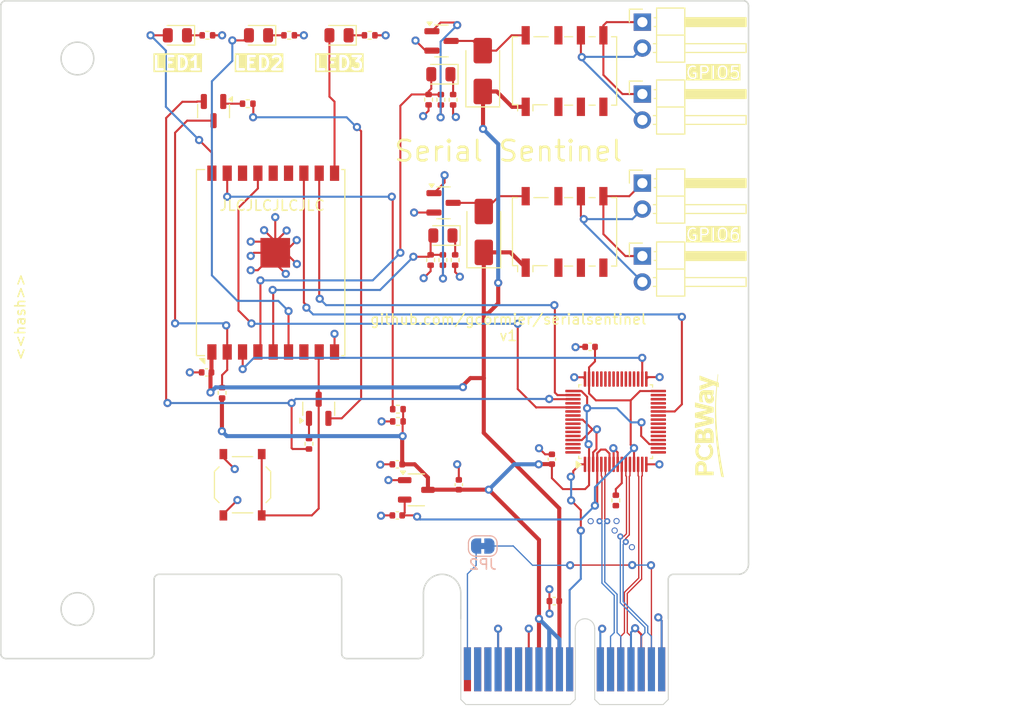
<source format=kicad_pcb>
(kicad_pcb (version 20241229) (generator "pcbnew") (generator_version "9.0")
  (layers (0 "F.Cu" signal) (4 "In1.Cu" signal) (6 "In2.Cu" signal) (2 "B.Cu" signal) (13 "F.Paste" user) (15 "B.Paste" user) (5 "F.SilkS" user "F.Silkscreen") (7 "B.SilkS" user "B.Silkscreen") (1 "F.Mask" user) (3 "B.Mask" user) (25 "Edge.Cuts" user))
  (net 0 "")
  (net 1 "GND")
  (net 3 "Net-(J2-~{PRSNT1})")
  (net 4 "Net-(J2-~{PRSNT2})")
  (net 5 "+3V3")
  (net 12 "+1V8")
  (net 13 "+3V3AUX")
  (net 14 "Net-(D1-A)")
  (net 15 "Net-(D2-A)")
  (net 16 "K1_EN")
  (net 17 "Net-(D3-K)")
  (net 18 "K2_EN")
  (net 19 "Net-(D4-K)")
  (net 20 "PET+")
  (net 21 "PET-")
  (net 22 "CLK-")
  (net 23 "PER+")
  (net 24 "PERST")
  (net 26 "PER-")
  (net 27 "I2C_SCL")
  (net 28 "I2C_SDA")
  (net 31 "CLK+")
  (net 34 "Net-(J3-Pin_2)")
  (net 35 "Net-(J3-Pin_1)")
  (net 36 "Net-(J5-Pin_1)")
  (net 37 "Net-(J5-Pin_2)")
  (net 46 "U0_DTR")
  (net 47 "U0_RTS")
  (net 48 "GPIO0")
  (net 49 "Net-(Q4-B)")
  (net 50 "EN")
  (net 51 "Net-(Q5-B)")
  (net 52 "Net-(Q2-B)")
  (net 53 "Net-(Q3-B)")
  (net 54 "/PWR_DET")
  (net 55 "Net-(U1-RREF)")
  (net 56 "U0_TX")
  (net 59 "U1_RX")
  (net 80 "U1_TX")
  (net 84 "U0_RX")
  (net 94 "LED2")
  (net 96 "Net-(D5-K)")
  (net 98 "LED3")
  (net 101 "Net-(D6-K)")
  (net 102 "Net-(D7-K)")
  (net 103 "LED1")
  (footprint "Relay_SMD:Relay_DPDT_Omron_G6K-2F-Y" (layer "F.Cu") (at 78.5 81.25 90)
    (property "Reference" "K3" (hide yes))
    (property "Value" "G6K-2F-Y DC3")
  )
  (footprint "Resistor_SMD:R_0402_1005Metric" (layer "F.Cu") (at 45 97 90)
    (property "Reference" "R206" (hide yes))
    (property "Value" "10k")
  )
  (footprint "Package_TO_SOT_SMD:SOT-23-3" (layer "F.Cu") (at 64 106.5)
    (property "Reference" "U2" (hide yes))
    (property "Value" "XC6206P182MR")
  )
  (footprint "LED_SMD:LED_0805_2012Metric" (layer "F.Cu") (at 40.625 62 180)
    (property "Reference" "D7" (hide yes))
    (property "Value" "NCD0805R1")
  )
  (footprint "Resistor_SMD:R_0402_1005Metric" (layer "F.Cu") (at 83.518816 107.532672 -90)
    (property "Reference" "R8" (hide yes))
    (property "Value" "12K")
  )
  (footprint "Resistor_SMD:R_0402_1005Metric" (layer "F.Cu") (at 62.2 99.8 180)
    (property "Reference" "R6" (hide yes))
    (property "Value" "10k")
  )
  (footprint "LED_SMD:LED_0805_2012Metric" (layer "F.Cu") (at 66.4 65.81 180)
    (property "Reference" "D3" (hide yes))
    (property "Value" "NCD0805R1")
  )
  (footprint "Connector_PCBEdge:BUS_PCIexpress_x1" (layer "F.Cu") (at 69.000836 124.068077)
    (property "Reference" "J2" (hide yes))
    (property "Value" "Bus_PCI_Express_x1")
    (fp_line (start -0.65 -4.95) (end -0.65 2.95) (stroke (width 0.1)) (layer "Edge.Cuts"))
    (fp_line (start -0.65 2.95) (end -0.15 3.45) (stroke (width 0.1)) (layer "Edge.Cuts"))
    (fp_line (start -0.15 3.45) (end 10.05 3.45) (stroke (width 0.1)) (layer "Edge.Cuts"))
    (fp_line (start 10.55 -4) (end 10.55 2.95) (stroke (width 0.1)) (layer "Edge.Cuts"))
    (fp_line (start 10.55 2.95) (end 10.05 3.45) (stroke (width 0.1)) (layer "Edge.Cuts"))
    (fp_line (start 12.45 -4) (end 12.45 2.95) (stroke (width 0.1)) (layer "Edge.Cuts"))
    (fp_line (start 12.45 2.95) (end 12.95 3.45) (stroke (width 0.1)) (layer "Edge.Cuts"))
    (fp_line (start 12.95 3.45) (end 19.15 3.45) (stroke (width 0.1)) (layer "Edge.Cuts"))
    (fp_line (start 19.65 -4.95) (end 19.65 2.95) (stroke (width 0.1)) (layer "Edge.Cuts"))
    (fp_line (start 19.65 2.95) (end 19.15 3.45) (stroke (width 0.1)) (layer "Edge.Cuts"))
    (fp_arc (start 10.55 -4) (mid 11.5 -4.95) (end 12.45 -4) (stroke (width 0.1)) (layer "Edge.Cuts"))
  )
  (footprint "Capacitor_SMD:C_0402_1005Metric" (layer "F.Cu") (at 43.48 95)
    (property "Reference" "C213" (hide yes))
    (property "Value" "100n")
  )
  (footprint "Resistor_SMD:R_0402_1005Metric" (layer "F.Cu") (at 51.5625 62)
    (property "Reference" "R9" (hide yes))
    (property "Value" "1k")
  )
  (footprint "Resistor_SMD:R_0402_1005Metric" (layer "F.Cu") (at 66.6 84 -90)
    (property "Reference" "R13" (hide yes))
    (property "Value" "1k")
  )
  (footprint "Resistor_SMD:R_0402_1005Metric" (layer "F.Cu") (at 67.8 84 -90)
    (property "Reference" "R11" (hide yes))
    (property "Value" "1k")
  )
  (footprint "Resistor_SMD:R_0402_1005Metric" (layer "F.Cu") (at 43.5625 62)
    (property "Reference" "R14" (hide yes))
    (property "Value" "1k")
  )
  (footprint "LED_SMD:LED_0805_2012Metric" (layer "F.Cu") (at 56.4375 62 180)
    (property "Reference" "D6" (hide yes))
    (property "Value" "NCD0805R1")
  )
  (footprint "LED_SMD:LED_0805_2012Metric" (layer "F.Cu") (at 48.5625 62 180)
    (property "Reference" "D5" (hide yes))
    (property "Value" "NCD0805R1")
  )
  (footprint "Connector_PinHeader_2.54mm:PinHeader_1x02_P2.54mm_Horizontal" (layer "F.Cu") (at 86.115 60.71)
    (property "Reference" "J3" (hide yes))
    (property "Value" "REL1")
  )
  (footprint "Connector_PinHeader_2.54mm:PinHeader_1x02_P2.54mm_Horizontal" (layer "F.Cu") (at 86.115 76.47)
    (property "Reference" "J5" (hide yes))
    (property "Value" "REL2")
  )
  (footprint "LED_SMD:LED_0805_2012Metric" (layer "F.Cu") (at 66.6 81.6 180)
    (property "Reference" "D4" (hide yes))
    (property "Value" "NCD0805R1")
  )
  (footprint "Connector_PinHeader_2.54mm:PinHeader_1x02_P2.54mm_Horizontal" (layer "F.Cu") (at 86.115 83.61)
    (property "Reference" "J6" (hide yes))
    (property "Value" "REL2")
  )
  (footprint "RF_Module:ESP32-C3-WROOM-02U" (layer "F.Cu") (at 50 84.25 90)
    (property "Reference" "U3" (hide yes))
    (property "Value" "ESP32-C3-WROOM-02U")
  )
  (footprint "Resistor_SMD:R_0402_1005Metric" (layer "F.Cu") (at 62.2 98.6 180)
    (property "Reference" "R7" (hide yes))
    (property "Value" "1k")
  )
  (footprint "Package_TO_SOT_SMD:SOT-23" (layer "F.Cu") (at 44.163994 69.416835 -90)
    (property "Reference" "Q4" (hide yes))
    (property "Value" "MMBT3904")
  )
  (footprint "Resistor_SMD:R_0402_1005Metric" (layer "F.Cu") (at 59.4375 62)
    (property "Reference" "R10" (hide yes))
    (property "Value" "1k")
  )
  (footprint "Capacitor_SMD:C_0402_1005Metric" (layer "F.Cu") (at 68.157606 106 -90)
    (property "Reference" "C217" (hide yes))
    (property "Value" "100n")
  )
  (footprint "Package_TO_SOT_SMD:SOT-23" (layer "F.Cu") (at 66.6625 78.4)
    (property "Reference" "Q3" (hide yes))
    (property "Value" "MMBT3904")
  )
  (footprint "Package_TO_SOT_SMD:SOT-23" (layer "F.Cu") (at 54.45 98.5625 90)
    (property "Reference" "Q5" (hide yes))
    (property "Value" "MMBT3904")
  )
  (footprint "Resistor_SMD:R_0402_1005Metric" (layer "F.Cu") (at 65.4 84 -90)
    (property "Reference" "R12" (hide yes))
    (property "Value" "10k")
  )
  (footprint "Package_QFP:LQFP-64_7x7mm_P0.4mm" (layer "F.Cu") (at 83.5 99.825 90)
    (property "Reference" "U1" (hide yes))
    (property "Value" "CH382L")
  )
  (footprint "Capacitor_SMD:C_0402_1005Metric" (layer "F.Cu") (at 62.1375 104 180)
    (property "Reference" "C1" (hide yes))
    (property "Value" "1u")
  )
  (footprint "Resistor_SMD:R_0402_1005Metric" (layer "F.Cu") (at 47.507987 68.69444 180)
    (property "Reference" "R4" (hide yes))
    (property "Value" "10k")
  )
  (footprint "Package_TO_SOT_SMD:SOT-23" (layer "F.Cu") (at 66.4625 62.55)
    (property "Reference" "Q2" (hide yes))
    (property "Value" "MMBT3904")
  )
  (footprint "Capacitor_SMD:C_0402_1005Metric" (layer "F.Cu") (at 81 92.5)
    (property "Reference" "C214" (hide yes))
    (property "Value" "100n")
  )
  (footprint "Diode_SMD:D_SMA" (layer "F.Cu") (at 70.5 65.5 90)
    (property "Reference" "D1" (hide yes))
    (property "Value" "M7")
  )
  (footprint "Resistor_SMD:R_0402_1005Metric" (layer "F.Cu") (at 66.4 68.31 -90)
    (property "Reference" "R3" (hide yes))
    (property "Value" "1k")
  )
  (footprint "Button_Switch_SMD:SW_Push_1P1T_XKB_TS-1187A" (layer "F.Cu") (at 47 106 90)
    (property "Reference" "SW1" (hide yes))
    (property "Value" "RESET")
  )
  (footprint "Resistor_SMD:R_0402_1005Metric" (layer "F.Cu") (at 67.6 68.31 -90)
    (property "Reference" "R1" (hide yes))
    (property "Value" "1k")
  )
  (footprint "Connector_PinHeader_2.54mm:PinHeader_1x02_P2.54mm_Horizontal" (layer "F.Cu") (at 86.115 67.75)
    (property "Reference" "J4" (hide yes))
    (property "Value" "REL1")
  )
  (footprint "Capacitor_SMD:C_0402_1005Metric" (layer "F.Cu") (at 62.1375 109 180)
    (property "Reference" "C2" (hide yes))
    (property "Value" "1u")
  )
  (footprint "Capacitor_SMD:C_0402_1005Metric" (layer "F.Cu") (at 77.264076 103.501016 -90)
    (property "Reference" "C215" (hide yes))
    (property "Value" "100n")
  )
  (footprint "Resistor_SMD:R_0402_1005Metric" (layer "F.Cu") (at 53.5 101.99 90)
    (property "Reference" "R5" (hide yes))
    (property "Value" "10k")
  )
  (footprint "Diode_SMD:D_SMA" (layer "F.Cu") (at 70.6 81.25 90)
    (property "Reference" "D2" (hide yes))
    (property "Value" "M7")
  )
  (footprint "Capacitor_SMD:C_0402_1005Metric" (layer "F.Cu") (at 77.502013 117.388913)
    (property "Reference" "C216" (hide yes))
    (property "Value" "100n")
  )
  (footprint "Relay_SMD:Relay_DPDT_Omron_G6K-2F-Y" (layer "F.Cu") (at 78.5 65.5 90)
    (property "Reference" "K2" (hide yes))
    (property "Value" "G6K-2F-Y DC3")
  )
  (footprint "Resistor_SMD:R_0402_1005Metric" (layer "F.Cu") (at 65.2 68.3 -90)
    (property "Reference" "R2" (hide yes))
    (property "Value" "10k")
  )
  (footprint "Jumper:SolderJumper-2_P1.3mm_Bridged_RoundedPad1.0x1.5mm" (layer "B.Cu") (at 70.5 112)
    (property "Reference" "JP2")
    (property "Value" "PRSNT")
  )
  (gr_poly (pts (xy 92.573875 96.021496) (xy 91.707065 95.749611) (xy 91.707065 95.307368) (xy 93.593897 96.004315) (xy 93.593897 96.466668) (xy 93.055558 96.257329) (xy 91.707065 96.7642) (xy 91.707065 96.311833)) (fill yes) (layer "F.SilkS"))
  (gr_poly (pts (xy 91.261719 101.212198) (xy 91.262459 101.166406) (xy 91.263686 101.12365) (xy 91.265397 101.083935) (xy 91.267587 101.047266) (xy 91.270253 101.013649) (xy 91.27339 100.983087) (xy 91.276994 100.955586) (xy 91.279048 100.942663) (xy 91.281362 100.929838) (xy 91.283935 100.917111) (xy 91.286768 100.904482) (xy 91.289862 100.891954) (xy 91.293216 100.879525) (xy 91.296832 100.867198) (xy 91.30071 100.854973) (xy 91.304849 100.84285) (xy 91.309251 100.830831) (xy 91.313916 100.818915) (xy 91.318845 100.807104) (xy 91.324037 100.795399) (xy 91.329493 100.783799) (xy 91.335214 100.772307) (xy 91.3412 100.760922) (xy 91.347962 100.748848) (xy 91.355004 100.737155) (xy 91.362325 100.725842) (xy 91.369925 100.714912) (xy 91.377804 100.704366) (xy 91.385959 100.694205) (xy 91.394391 100.68443) (xy 91.403099 100.675044) (xy 91.412082 100.666046) (xy 91.421338 100.657438) (xy 91.430869 100.649222) (xy 91.440671 100.641399) (xy 91.450746 100.63397) (xy 91.461091 100.626936) (xy 91.471707 100.620299) (xy 91.482593 100.614061) (xy 91.493783 100.608177) (xy 91.505182 100.602671) (xy 91.516791 100.597543) (xy 91.528609 100.592792) (xy 91.540637 100.58842) (xy 91.552876 100.584426) (xy 91.565327 100.580812) (xy 91.577989 100.577576) (xy 91.590863 100.57472) (xy 91.603949 100.572244) (xy 91.617248 100.570147) (xy 91.630761 100.568432) (xy 91.644488 100.567097) (xy 91.65843 100.566143) (xy 91.672586 100.56557) (xy 91.686957 100.565379) (xy 91.703593 100.565642) (xy 91.719992 100.566429) (xy 91.736155 100.567741) (xy 91.752082 100.569578) (xy 91.767776 100.571939) (xy 91.783237 100.574825) (xy 91.798465 100.578236) (xy 91.813463 100.582171) (xy 91.828231 100.58663) (xy 91.842771 100.591613) (xy 91.857082 100.59712) (xy 91.871167 100.603151) (xy 91.885026 100.609705) (xy 91.89866 100.616784) (xy 91.912071 100.624386) (xy 91.925259 100.632512) (xy 91.938083 100.641077) (xy 91.950479 100.650039) (xy 91.962448 100.659397) (xy 91.97399 100.669151) (xy 91.985105 100.679301) (xy 91.995794 100.689847) (xy 92.006056 100.70079) (xy 92.015892 100.712129) (xy 92.025301 100.723865) (xy 92.034284 100.735997) (xy 92.042842 100.748526) (xy 92.050974 100.761451) (xy 92.05868 100.774773) (xy 92.06596 100.788492) (xy 92.072815 100.802608) (xy 92.079246 100.81712) (xy 92.088877 100.81712) (xy 92.093653 100.79622) (xy 92.099001 100.775841) (xy 92.10492 100.755984) (xy 92.111412 100.736649) (xy 92.118479 100.717837) (xy 92.126122 100.69955) (xy 92.134341 100.681786) (xy 92.143139 100.664549) (xy 92.152515 100.647837) (xy 92.162472 100.631653) (xy 92.173011 100.615997) (xy 92.184132 100.600869) (xy 92.195837 100.58627) (xy 92.208127 100.572202) (xy 92.221004 100.558664) (xy 92.234468 100.545659) (xy 92.241413 100.539473) (xy 92.248486 100.533649) (xy 92.255687 100.528176) (xy 92.263017 100.523043) (xy 92.270479 100.518239) (xy 92.278074 100.513754) (xy 92.293667 100.505694) (xy 92.309809 100.498777) (xy 92.326511 100.492917) (xy 92.343784 100.488026) (xy 92.36164 100.484019) (xy 92.380092 100.480807) (xy 92.39915 100.478305) (xy 92.418826 100.476426) (xy 92.439132 100.475083) (xy 92.460079 100.47419) (xy 92.48168 100.473659) (xy 92.526886 100.473338) (xy 92.560702 100.472872) (xy 92.593791 100.471935) (xy 92.626047 100.471223) (xy 92.657365 100.471429) (xy 92.67264 100.472094) (xy 92.68764 100.473248) (xy 92.702353 100.474978) (xy 92.716766 100.477372) (xy 92.730865 100.480516) (xy 92.744637 100.484497) (xy 92.75807 100.489402) (xy 92.771149 100.495317) (xy 92.783898 100.5019) (xy 92.796362 100.508764) (xy 92.808542 100.515908) (xy 92.82044 100.523333) (xy 92.832059 100.531037) (xy 92.843399 100.539021) (xy 92.854463 100.547285) (xy 92.865253 100.555827) (xy 92.875769 100.564648) (xy 92.886015 100.573747) (xy 92.895991 100.583124) (xy 92.9057 100.592779) (xy 92.915142 100.602712) (xy 92.924321 100.612921) (xy 92.933238 100.623408) (xy 92.941894 100.63417) (xy 92.951819 100.647178) (xy 92.961381 100.660337) (xy 92.970579 100.673651) (xy 92.979415 100.687118) (xy 92.987889 100.700742) (xy 92.996001 100.714522) (xy 93.003751 100.72846) (xy 93.01114 100.742557) (xy 93.018167 100.756814) (xy 93.024835 100.771232) (xy 93.031142 100.785812) (xy 93.037089 100.800555) (xy 93.042677 100.815463) (xy 93.047906 100.830536) (xy 93.052776 100.845776) (xy 93.057287 100.861183) (xy 93.061464 100.876863) (xy 93.065369 100.893065) (xy 93.072365 100.927041) (xy 93.078278 100.963113) (xy 93.083111 101.001283) (xy 93.086865 101.041556) (xy 93.089543 101.083933) (xy 93.091148 101.128418) (xy 93.091683 101.175013) (xy 93.091683 101.907628) (xy 92.75605 101.907628) (xy 92.75605 101.450287) (xy 92.75605 101.425522) (xy 92.755402 101.273836) (xy 92.754607 101.218769) (xy 92.75351 101.177554) (xy 92.753089 101.168967) (xy 92.752448 101.160351) (xy 92.751588 101.151708) (xy 92.750507 101.143038) (xy 92.749206 101.134344) (xy 92.747684 101.125626) (xy 92.745943 101.116885) (xy 92.743981 101.108123) (xy 92.741799 101.09934) (xy 92.739396 101.090538) (xy 92.736773 101.081719) (xy 92.73393 101.072882) (xy 92.730865 101.064031) (xy 92.727581 101.055165) (xy 92.724075 101.046286) (xy 92.720349 101.037394) (xy 92.716864 101.029673) (xy 92.713183 101.022223) (xy 92.709307 101.015044) (xy 92.705234 101.008135) (xy 92.700965 101.001494) (xy 92.6965 100.995122) (xy 92.691838 100.989017) (xy 92.68698 100.983177) (xy 92.681926 100.977603) (xy 92.676676 100.972293) (xy 92.671229 100.967245) (xy 92.665585 100.96246) (xy 92.659745 100.957936) (xy 92.653709 100.953672) (xy 92.647475 100.949667) (xy 92.641045 100.94592) (xy 92.634468 100.942415) (xy 92.627783 100.939136) (xy 92.620988 100.936084) (xy 92.614084 100.933259) (xy 92.607071 100.93066) (xy 92.599948 100.928287) (xy 92.592717 100.92614) (xy 92.585376 100.92422) (xy 92.577927 100.922525) (xy 92.570368 100.921057) (xy 92.5627 100.919815) (xy 92.554923 100.918798) (xy 92.547037 100.918008) (xy 92.539041 100.917443) (xy 92.530937 100.917105) (xy 92.522723 100.916992) (xy 92.512254 100.917126) (xy 92.502081 100.917529) (xy 92.492202 100.918201) (xy 92.482616 100.919142) (xy 92.473322 100.920351) (xy 92.464321 100.921829) (xy 92.45561 100.923575) (xy 92.447189 100.925591) (xy 92.439056 100.927875) (xy 92.431212 100.930428) (xy 92.423655 100.933249) (xy 92.416385 100.936339) (xy 92.4094 100.939698) (xy 92.402699 100.943326) (xy 92.396283 100.947222) (xy 92.390149 100.951387) (xy 92.384211 100.955866) (xy 92.378475 100.960609) (xy 92.372937 100.965618) (xy 92.367593 100.97089) (xy 92.362442 100.976426) (xy 92.357479 100.982225) (xy 92.352702 100.988288) (xy 92.348107 100.994613) (xy 92.343692 101.001199) (xy 92.339453 101.008048) (xy 92.335387 101.015158) (xy 92.331491 101.022528) (xy 92.327762 101.030159) (xy 92.324198 101.03805) (xy 92.320794 101.046201) (xy 92.317547 101.054611) (xy 92.315655 101.05996) (xy 92.313856 101.065556) (xy 92.312151 101.071398) (xy 92.310544 101.077487) (xy 92.309035 101.083821) (xy 92.307627 101.0904) (xy 92.306321 101.097223) (xy 92.305121 101.104291) (xy 92.304027 101.111603) (xy 92.303042 101.119159) (xy 92.302167 101.126957) (xy 92.301405 101.134998) (xy 92.300757 101.143282) (xy 92.300226 101.151807) (xy 92.299521 101.169581) (xy 92.298735 101.209219) (xy 92.298211 101.255125) (xy 92.297827 101.365515) (xy 92.297827 101.450287) (xy 92.75605 101.450287) (xy 92.75605 101.907628) (xy 91.98442 101.907628) (xy 91.98442 101.450287) (xy 91.98442 101.39236) (xy 91.984262 101.337856) (xy 91.983789 101.292083) (xy 91.983006 101.255121) (xy 91.981915 101.227049) (xy 91.98152 101.22114) (xy 91.980969 101.215199) (xy 91.980262 101.209228) (xy 91.979396 101.203227) (xy 91.978372 101.197199) (xy 91.977188 101.191143) (xy 91.975842 101.18506) (xy 91.974334 101.178952) (xy 91.972664 101.17282) (xy 91.970828 101.166664) (xy 91.968827 101.160486) (xy 91.96666 101.154287) (xy 91.964325 101.148067) (xy 91.961821 101.141827) (xy 91.959148 101.135569) (xy 91.956303 101.129294) (xy 91.95302 101.122568) (xy 91.949576 101.1161) (xy 91.945971 101.109889) (xy 91.942206 101.103938) (xy 91.938283 101.098248) (xy 91.934203 101.092821) (xy 91.929967 101.087658) (xy 91.925576 101.082762) (xy 91.921031 101.078134) (xy 91.916334 101.073775) (xy 91.911485 101.069687) (xy 91.906486 101.065873) (xy 91.901337 101.062332) (xy 91.89604 101.059068) (xy 91.890597 101.056082) (xy 91.885007 101.053375) (xy 91.879211 101.050843) (xy 91.873306 101.048471) (xy 91.867292 101.04626) (xy 91.861169 101.044211) (xy 91.854937 101.042324) (xy 91.848597 101.040599) (xy 91.842149 101.039037) (xy 91.835591 101.037637) (xy 91.828926 101.036401) (xy 91.822152 101.035328) (xy 91.815271 101.03442) (xy 91.808281 101.033676) (xy 91.801183 101.033096) (xy 91.793978 101.032682) (xy 91.786665 101.032433) (xy 91.779244 101.03235) (xy 91.77365 101.032439) (xy 91.768046 101.032705) (xy 91.762432 101.033149) (xy 91.756807 101.033771) (xy 91.75117 101.03457) (xy 91.74552 101.035546) (xy 91.739858 101.036699) (xy 91.734181 101.03803) (xy 91.72849 101.039537) (xy 91.722784 101.041221) (xy 91.717062 101.043082) (xy 91.711324 101.04512) (xy 91.705569 101.047334) (xy 91.699795 101.049724) (xy 91.694003 101.052291) (xy 91.688193 101.055034) (xy 91.682472 101.057964) (xy 91.676951 101.061095) (xy 91.67163 101.064425) (xy 91.666509 101.067954) (xy 91.661588 101.071683) (xy 91.656867 101.075613) (xy 91.652346 101.079742) (xy 91.648024 101.084072) (xy 91.643902 101.088602) (xy 91.63998 101.093333) (xy 91.636257 101.098265) (xy 91.632734 101.103398) (xy 91.62941 101.108732) (xy 91.626286 101.114267) (xy 91.623361 101.120004) (xy 91.620635 101.125943) (xy 91.618224 101.131681) (xy 91.615951 101.137545) (xy 91.613816 101.143537) (xy 91.611821 101.149657) (xy 91.609965 101.155906) (xy 91.608249 101.162284) (xy 91.606672 101.168793) (xy 91.605236 101.175432) (xy 91.60394 101.182204) (xy 91.602786 101.189108) (xy 91.601772 101.196146) (xy 91.6009 101.203318) (xy 91.60017 101.210625) (xy 91.599582 101.218067) (xy 91.599136 101.225647) (xy 91.598833 101.233363) (xy 91.598033 101.268291) (xy 91.59751 101.31078) (xy 91.597226 101.360809) (xy 91.59714 101.418359) (xy 91.59714 101.450287) (xy 91.98442 101.450287) (xy 91.98442 101.907628) (xy 91.261472 101.907628) (xy 91.261472 101.261021)) (fill yes) (layer "F.SilkS"))
  (gr_poly (pts (xy 93.214332 98.629647) (xy 93.230834 98.02236) (xy 93.260649 97.439215) (xy 93.30256 96.869797) (xy 93.355352 96.30369) (xy 93.488707 95.139753) (xy 93.536085 95.206251) (xy 93.383495 96.998539) (xy 93.354247 97.432019) (xy 93.334209 97.88606) (xy 93.326205 98.37386) (xy 93.33306 98.908618) (xy 93.369182 99.796248) (xy 93.426958 100.650331) (xy 93.504013 101.47438) (xy 93.597966 102.271908) (xy 93.70644 103.046429) (xy 93.827056 103.801456) (xy 93.957437 104.540503) (xy 94.095202 105.267084) (xy 93.829842 105.21198) (xy 93.715562 104.5866) (xy 93.611465 103.94452) (xy 93.518005 103.289615) (xy 93.435635 102.625758) (xy 93.36481 101.956824) (xy 93.305982 101.286688) (xy 93.259606 100.619225) (xy 93.226134 99.958308) (xy 93.212359 99.271492)) (fill yes) (layer "F.SilkS"))
  (gr_poly (pts (xy 92.483671 99.721042) (xy 91.257239 99.413911) (xy 91.257239 98.957806) (xy 92.485364 98.666624) (xy 91.257239 98.401475) (xy 91.257239 97.936549) (xy 93.087449 98.399783) (xy 93.087449 98.904112) (xy 91.955456 99.197836) (xy 93.087449 99.481892) (xy 93.087449 99.987036) (xy 91.257239 100.450268) (xy 91.257239 99.973242)) (fill yes) (layer "F.SilkS"))
  (gr_poly (pts (xy 91.299272 102.697269) (xy 91.300287 102.671448) (xy 91.301978 102.645746) (xy 91.304345 102.620164) (xy 91.307388 102.5947) (xy 91.311108 102.569355) (xy 91.315504 102.544128) (xy 91.320577 102.519018) (xy 91.326326 102.494026) (xy 91.332751 102.46915) (xy 91.339853 102.44439) (xy 91.347631 102.419745) (xy 91.356085 102.395216) (xy 91.365215 102.370801) (xy 91.375022 102.346501) (xy 91.385505 102.322314) (xy 91.396683 102.298453) (xy 91.408443 102.275009) (xy 91.420785 102.251984) (xy 91.433712 102.229377) (xy 91.447223 102.20719) (xy 91.46132 102.185422) (xy 91.476004 102.164074) (xy 91.491277 102.143147) (xy 91.50714 102.122641) (xy 91.523593 102.102555) (xy 91.540637 102.082892) (xy 91.558275 102.063651) (xy 91.576507 102.044832) (xy 91.595334 102.026436) (xy 91.614758 102.008463) (xy 91.634778 101.990915) (xy 91.84521 102.21394) (xy 91.816323 102.24286) (xy 91.7893 102.272205) (xy 91.764141 102.301975) (xy 91.740845 102.33217) (xy 91.719413 102.362789) (xy 91.699845 102.393834) (xy 91.68214 102.425304) (xy 91.666299 102.457199) (xy 91.652322 102.489518) (xy 91.640208 102.522263) (xy 91.629958 102.555432) (xy 91.621572 102.589027) (xy 91.615049 102.623047) (xy 91.61039 102.657491) (xy 91.607594 102.692361) (xy 91.606663 102.727656) (xy 91.6073 102.757453) (xy 91.60921 102.786653) (xy 91.612394 102.815257) (xy 91.61685 102.843264) (xy 91.622578 102.870675) (xy 91.629578 102.897492) (xy 91.637849 102.923713) (xy 91.64739 102.949341) (xy 91.658202 102.974375) (xy 91.670283 102.998815) (xy 91.683633 103.022663) (xy 91.698251 103.045919) (xy 91.714137 103.068584) (xy 91.731291 103.090657) (xy 91.749711 103.112139) (xy 91.769398 103.133032) (xy 91.790013 103.152978) (xy 91.811218 103.171634) (xy 91.833013 103.189) (xy 91.8554 103.205076) (xy 91.878378 103.219864) (xy 91.901948 103.233364) (xy 91.926111 103.245576) (xy 91.950867 103.2565) (xy 91.976217 103.266137) (xy 92.00216 103.274488) (xy 92.028699 103.281553) (xy 92.055833 103.287332) (xy 92.083562 103.291827) (xy 92.111888 103.295036) (xy 92.140811 103.296962) (xy 92.170331 103.297603) (xy 92.19099 103.297321) (xy 92.211363 103.296475) (xy 92.231447 103.295064) (xy 92.251242 103.293087) (xy 92.270747 103.290545) (xy 92.289961 103.287437) (xy 92.308882 103.283761) (xy 92.32751 103.279519) (xy 92.345844 103.274709) (xy 92.363883 103.269331) (xy 92.381625 103.263385) (xy 92.399069 103.256869) (xy 92.416215 103.249784) (xy 92.433062 103.242129) (xy 92.449608 103.233904) (xy 92.465852 103.225107) (xy 92.48178 103.215783) (xy 92.497259 103.205972) (xy 92.512291 103.195677) (xy 92.526875 103.184897) (xy 92.541014 103.173634) (xy 92.554708 103.161888) (xy 92.567958 103.149659) (xy 92.580765 103.136948) (xy 92.59313 103.123756) (xy 92.605054 103.110084) (xy 92.616538 103.095931) (xy 92.627583 103.0813) (xy 92.638191 103.066189) (xy 92.648361 103.0506) (xy 92.658095 103.034534) (xy 92.667394 103.017991) (xy 92.6762 103.001106) (xy 92.684441 102.984013) (xy 92.692116 102.966713) (xy 92.699225 102.949206) (xy 92.705769 102.931493) (xy 92.711745 102.913574) (xy 92.717154 102.895451) (xy 92.721995 102.877123) (xy 92.726269 102.858591) (xy 92.729974 102.839856) (xy 92.73311 102.820919) (xy 92.735677 102.801779) (xy 92.737674 102.782438) (xy 92.739101 102.762896) (xy 92.739958 102.743153) (xy 92.740243 102.723211) (xy 92.740044 102.705706) (xy 92.739446 102.688407) (xy 92.73845 102.671315) (xy 92.737055 102.654428) (xy 92.735262 102.637746) (xy 92.73307 102.621268) (xy 92.730479 102.604995) (xy 92.72749 102.588926) (xy 92.724103 102.57306) (xy 92.720316 102.557397) (xy 92.716132 102.541936) (xy 92.711549 102.526678) (xy 92.706567 102.511622) (xy 92.701187 102.496766) (xy 92.695408 102.482112) (xy 92.689231 102.467659) (xy 92.682523 102.453209) (xy 92.675165 102.438569) (xy 92.667157 102.423738) (xy 92.658499 102.408717) (xy 92.649192 102.393507) (xy 92.639235 102.37811) (xy 92.628627 102.362525) (xy 92.61737 102.346753) (xy 92.605463 102.330795) (xy 92.592906 102.314651) (xy 92.579699 102.298323) (xy 92.565842 102.281812) (xy 92.551336 102.265117) (xy 92.536179 102.248239) (xy 92.520373 102.23118) (xy 92.503917 102.21394) (xy 92.726943 101.999417) (xy 92.749042 102.022366) (xy 92.770266 102.045177) (xy 92.790619 102.067849) (xy 92.810099 102.090381) (xy 92.828708 102.112772) (xy 92.846448 102.135023) (xy 92.863318 102.157132) (xy 92.879321 102.179099) (xy 92.894457 102.200923) (xy 92.908727 102.222605) (xy 92.922132 102.244142) (xy 92.934673 102.265535) (xy 92.94635 102.286784) (xy 92.957166 102.307886) (xy 92.967121 102.328843) (xy 92.976216 102.349653) (xy 92.984619 102.37051) (xy 92.992484 102.391738) (xy 92.99981 102.413338) (xy 93.006597 102.435307) (xy 93.012845 102.457647) (xy 93.018552 102.480356) (xy 93.023718 102.503434) (xy 93.028343 102.526881) (xy 93.032426 102.550696) (xy 93.035967 102.574877) (xy 93.038964 102.599426) (xy 93.041418 102.624341) (xy 93.043327 102.649623) (xy 93.044691 102.675269) (xy 93.045511 102.70128) (xy 93.045784 102.727656) (xy 93.044826 102.77559) (xy 93.041952 102.822451) (xy 93.037162 102.868239) (xy 93.030458 102.912954) (xy 93.021841 102.956597) (xy 93.01131 102.999167) (xy 92.998866 103.040666) (xy 92.984511 103.081094) (xy 92.968244 103.120452) (xy 92.950067 103.158739) (xy 92.92998 103.195956) (xy 92.907984 103.232103) (xy 92.884079 103.267181) (xy 92.858266 103.301191) (xy 92.830547 103.334133) (xy 92.800921 103.366006) (xy 92.769714 103.396307) (xy 92.737397 103.424649) (xy 92.703969 103.451032) (xy 92.66943 103.475457) (xy 92.63378 103.497926) (xy 92.597017 103.518437) (xy 92.559142 103.536992) (xy 92.520153 103.553592) (xy 92.480051 103.568236) (xy 92.438835 103.580927) (xy 92.396503 103.591663) (xy 92.353057 103.600446) (xy 92.308494 103.607276) (xy 92.262816 103.612154) (xy 92.21602 103.61508) (xy 92.168107 103.616056) (xy 92.13739 103.615614) (xy 92.107096 103.614287) (xy 92.077226 103.612076) (xy 92.047776 103.608978) (xy 92.018747 103.604995) (xy 91.990138 103.600124) (xy 91.961946 103.594366) (xy 91.934172 103.587719) (xy 91.906813 103.580184) (xy 91.87987 103.571759) (xy 91.85334 103.562444) (xy 91.827222 103.552238) (xy 91.801516 103.541141) (xy 91.77622 103.529152) (xy 91.751333 103.516271) (xy 91.726854 103.502496) (xy 91.702946 103.4879) (xy 91.679628 103.47254) (xy 91.656903 103.456418) (xy 91.63477 103.439533) (xy 91.613231 103.421884) (xy 91.592287 103.403473) (xy 91.571939 103.384299) (xy 91.552188 103.364362) (xy 91.533036 103.343662) (xy 91.514483 103.3222) (xy 91.49653 103.299975) (xy 91.479179 103.276988) (xy 91.46243 103.253237) (xy 91.446285 103.228725) (xy 91.430744 103.20345) (xy 91.415809 103.177412) (xy 91.401701 103.150866) (xy 91.388494 103.124076) (xy 91.37619 103.097044) (xy 91.36479 103.069767) (xy 91.354296 103.042246) (xy 91.344707 103.014479) (xy 91.336026 102.986467) (xy 91.328254 102.958209) (xy 91.321392 102.929704) (xy 91.315441 102.900951) (xy 91.310402 102.871951) (xy 91.306277 102.842702) (xy 91.303066 102.813204) (xy 91.300771 102.783457) (xy 91.299393 102.753459) (xy 91.298934 102.723211)) (fill yes) (layer "F.SilkS"))
  (gr_poly (pts (xy 91.285836 104.406455) (xy 91.28716 104.334352) (xy 91.289347 104.269455) (xy 91.29238 104.211768) (xy 91.296241 104.161295) (xy 91.300913 104.118037) (xy 91.30638 104.082) (xy 91.312625 104.053186) (xy 91.318085 104.034041) (xy 91.32428 104.015277) (xy 91.331211 103.996894) (xy 91.338879 103.978896) (xy 91.347285 103.961283) (xy 91.356432 103.944057) (xy 91.366319 103.92722) (xy 91.376949 103.910774) (xy 91.388323 103.89472) (xy 91.400442 103.87906) (xy 91.413307 103.863796) (xy 91.42692 103.848929) (xy 91.441281 103.834462) (xy 91.456393 103.820395) (xy 91.472256 103.806731) (xy 91.488872 103.793471) (xy 91.506169 103.780822) (xy 91.524086 103.768987) (xy 91.542622 103.757969) (xy 91.561777 103.747765) (xy 91.581549 103.738378) (xy 91.601939 103.729806) (xy 91.622945 103.72205) (xy 91.644567 103.71511) (xy 91.666803 103.708986) (xy 91.689653 103.703679) (xy 91.713116 103.699187) (xy 91.737192 103.695512) (xy 91.76188 103.692654) (xy 91.787178 103.690612) (xy 91.813086 103.689387) (xy 91.839604 103.688978) (xy 91.860173 103.689216) (xy 91.880326 103.689927) (xy 91.900064 103.691112) (xy 91.919385 103.69277) (xy 91.93829 103.694901) (xy 91.956778 103.697504) (xy 91.974849 103.700579) (xy 91.992502 103.704126) (xy 92.009738 103.708143) (xy 92.026555 103.71263) (xy 92.042953 103.717588) (xy 92.058932 103.723015) (xy 92.074492 103.728911) (xy 92.089632 103.735276) (xy 92.104352 103.742109) (xy 92.118651 103.749409) (xy 92.13261 103.757098) (xy 92.14619 103.76503) (xy 92.15939 103.773208) (xy 92.172211 103.781632) (xy 92.184654 103.790305) (xy 92.196717 103.799228) (xy 92.208402 103.808403) (xy 92.219709 103.817831) (xy 92.230637 103.827513) (xy 92.241188 103.837452) (xy 92.25136 103.847648) (xy 92.261154 103.858104) (xy 92.270571 103.86882) (xy 92.279611 103.879799) (xy 92.288273 103.891042) (xy 92.296557 103.90255) (xy 92.304427 103.91412) (xy 92.311973 103.925719) (xy 92.319192 103.937346) (xy 92.326081 103.949001) (xy 92.332636 103.960684) (xy 92.338853 103.972394) (xy 92.34473 103.984131) (xy 92.350263 103.995895) (xy 92.355448 104.007685) (xy 92.360282 104.019502) (xy 92.364761 104.031344) (xy 92.368883 104.043212) (xy 92.372642 104.055105) (xy 92.376037 104.067023) (xy 92.379063 104.078966) (xy 92.381717 104.090933) (xy 92.38797 104.125293) (xy 92.393325 104.163335) (xy 92.397804 104.205054) (xy 92.401424 104.250442) (xy 92.404206 104.299495) (xy 92.40617 104.352206) (xy 92.407333 104.40857) (xy 92.407717 104.468582) (xy 92.407717 104.705649) (xy 93.087449 104.705649) (xy 93.087449 105.069433) (xy 92.101436 105.069433) (xy 92.101436 104.705649) (xy 92.101436 104.506752) (xy 92.101003 104.45516) (xy 92.099702 104.408017) (xy 92.097527 104.36533) (xy 92.094473 104.327105) (xy 92.090534 104.293346) (xy 92.085705 104.264059) (xy 92.07998 104.239249) (xy 92.076781 104.228524) (xy 92.073355 104.218921) (xy 92.069694 104.209994) (xy 92.065787 104.201308) (xy 92.061633 104.192866) (xy 92.057232 104.184665) (xy 92.052583 104.176708) (xy 92.047685 104.168993) (xy 92.042537 104.161521) (xy 92.037138 104.154292) (xy 92.031487 104.147306) (xy 92.025584 104.140564) (xy 92.019427 104.134065) (xy 92.013015 104.127809) (xy 92.006349 104.121796) (xy 91.999426 104.116028) (xy 91.992246 104.110502) (xy 91.984808 104.105221) (xy 91.977198 104.100242) (xy 91.969436 104.095584) (xy 91.961521 104.091246) (xy 91.953453 104.08723) (xy 91.945233 104.083534) (xy 91.93686 104.08016) (xy 91.928333 104.077107) (xy 91.919654 104.074375) (xy 91.910821 104.071964) (xy 91.901835 104.069875) (xy 91.892695 104.068107) (xy 91.883401 104.06666) (xy 91.873953 104.065534) (xy 91.864351 104.064731) (xy 91.854594 104.064248) (xy 91.844684 104.064087) (xy 91.83254 104.064314) (xy 91.820663 104.064993) (xy 91.809051 104.066126) (xy 91.797706 104.067711) (xy 91.786626 104.069749) (xy 91.775812 104.072239) (xy 91.765264 104.075182) (xy 91.754981 104.078577) (xy 91.744964 104.082425) (xy 91.735212 104.086725) (xy 91.725725 104.091477) (xy 91.716504 104.09668) (xy 91.707547 104.102336) (xy 91.698855 104.108444) (xy 91.690428 104.115003) (xy 91.682265 104.122014) (xy 91.674513 104.129299) (xy 91.667129 104.13684) (xy 91.660116 104.144635) (xy 91.653472 104.152681) (xy 91.647198 104.160976) (xy 91.641293 104.169518) (xy 91.635758 104.178305) (xy 91.630592 104.187334) (xy 91.625796 104.196604) (xy 91.62137 104.206111) (xy 91.617313 104.215854) (xy 91.613626 104.22583) (xy 91.610308 104.236038) (xy 91.60736 104.246475) (xy 91.604781 104.257139) (xy 91.602572 104.268027) (xy 91.59974 104.286448) (xy 91.597278 104.308954) (xy 91.595187 104.335546) (xy 91.593471 104.366228) (xy 91.592132 104.400998) (xy 91.591173 104.439859) (xy 91.590595 104.482812) (xy 91.590402 104.529859) (xy 91.590402 104.705649) (xy 92.101436 104.705649) (xy 92.101436 105.069433) (xy 91.28539 105.069433) (xy 91.28539 104.485762)) (fill yes) (layer "F.SilkS"))
  (gr_poly (pts (xy 91.668054 97.383217) (xy 91.669446 97.340882) (xy 91.671767 97.300063) (xy 91.675016 97.26076) (xy 91.679193 97.222971) (xy 91.684297 97.186697) (xy 91.690329 97.151937) (xy 91.697289 97.118691) (xy 91.705176 97.086959) (xy 91.71399 97.05674) (xy 91.723731 97.028033) (xy 91.734399 97.000839) (xy 91.745993 96.975157) (xy 91.758514 96.950987) (xy 91.771961 96.928328) (xy 91.786335 96.907181) (xy 91.801634 96.887463) (xy 91.817912 96.869019) (xy 91.835169 96.851847) (xy 91.853404 96.835947) (xy 91.872616 96.821319) (xy 91.892807 96.807964) (xy 91.913974 96.795881) (xy 91.936119 96.78507) (xy 91.959241 96.775531) (xy 91.98334 96.767264) (xy 92.008415 96.760269) (xy 92.034466 96.754546) (xy 92.061493 96.750095) (xy 92.089495 96.746916) (xy 92.118473 96.745008) (xy 92.148426 96.744372) (xy 93.087449 96.744372) (xy 93.087449 97.172397) (xy 92.941047 97.172397) (xy 92.941047 97.172398) (xy 92.976329 97.214188) (xy 93.007721 97.251666) (xy 93.015026 97.2608) (xy 93.022357 97.270666) (xy 93.029705 97.281271) (xy 93.037064 97.292623) (xy 93.044427 97.304729) (xy 93.051785 97.317597) (xy 93.059132 97.331234) (xy 93.066459 97.345646) (xy 93.073384 97.36004) (xy 93.07987 97.374332) (xy 93.08592 97.388524) (xy 93.091537 97.402621) (xy 93.096723 97.416624) (xy 93.101478 97.430539) (xy 93.105807 97.444367) (xy 93.10971 97.458113) (xy 93.113156 97.47247) (xy 93.11614 97.488207) (xy 93.118663 97.505318) (xy 93.120726 97.523795) (xy 93.122328 97.543634) (xy 93.123472 97.564828) (xy 93.124157 97.58737) (xy 93.124386 97.611255) (xy 93.123903 97.633905) (xy 93.122454 97.656071) (xy 93.120041 97.677753) (xy 93.116665 97.698949) (xy 93.112327 97.71966) (xy 93.107028 97.739886) (xy 93.10077 97.759626) (xy 93.093553 97.778881) (xy 93.085378 97.79765) (xy 93.076247 97.815933) (xy 93.066161 97.83373) (xy 93.055121 97.851041) (xy 93.043128 97.867865) (xy 93.030183 97.884203) (xy 93.016287 97.900054) (xy 93.001443 97.915419) (xy 92.985841 97.930111) (xy 92.96974 97.943855) (xy 92.95314 97.95665) (xy 92.936041 97.968496) (xy 92.918442 97.979393) (xy 92.900344 97.989342) (xy 92.881745 97.998343) (xy 92.862646 98.006396) (xy 92.843047 98.013501) (xy 92.822946 98.019658) (xy 92.802344 98.024867) (xy 92.781241 98.029129) (xy 92.759636 98.032444) (xy 92.737529 98.034811) (xy 92.71492 98.036231) (xy 92.691809 98.036705) (xy 92.672841 98.036462) (xy 92.656108 98.035805) (xy 92.656108 97.601588) (xy 92.667998 97.601383) (xy 92.679417 97.600767) (xy 92.690365 97.59974) (xy 92.700843 97.598303) (xy 92.710847 97.596457) (xy 92.72038 97.594201) (xy 92.729438 97.591535) (xy 92.738023 97.58846) (xy 92.746133 97.584977) (xy 92.753769 97.581085) (xy 92.760928 97.576784) (xy 92.76761 97.572076) (xy 92.773816 97.566959) (xy 92.779544 97.561436) (xy 92.784794 97.555505) (xy 92.789564 97.549167) (xy 92.793929 97.542463) (xy 92.798012 97.53537) (xy 92.801816 97.527887) (xy 92.805338 97.520015) (xy 92.80858 97.511754) (xy 92.81154 97.503102) (xy 92.814219 97.494061) (xy 92.816617 97.48463) (xy 92.818734 97.474809) (xy 92.820569 97.464598) (xy 92.822121 97.453998) (xy 92.823392 97.443007) (xy 92.824381 97.431626) (xy 92.825088 97.419855) (xy 92.825511 97.407694) (xy 92.825653 97.395143) (xy 92.82555 97.388055) (xy 92.82524 97.380948) (xy 92.824726 97.373821) (xy 92.824006 97.366674) (xy 92.823082 97.359507) (xy 92.821955 97.35232) (xy 92.820624 97.345114) (xy 92.819091 97.337887) (xy 92.817357 97.330641) (xy 92.815421 97.323375) (xy 92.813285 97.316089) (xy 92.810949 97.308783) (xy 92.808414 97.301457) (xy 92.80568 97.294112) (xy 92.802748 97.286746) (xy 92.799618 97.279361) (xy 92.796318 97.27201) (xy 92.792859 97.264748) (xy 92.789241 97.257574) (xy 92.785463 97.250489) (xy 92.781526 97.243493) (xy 92.777427 97.236585) (xy 92.773167 97.229766) (xy 92.768746 97.223036) (xy 92.764161 97.216395) (xy 92.759414 97.209843) (xy 92.754503 97.20338) (xy 92.749428 97.197005) (xy 92.744188 97.19072) (xy 92.738783 97.184524) (xy 92.733212 97.178417) (xy 92.727475 97.1724) (xy 92.727475 97.172398) (xy 92.439644 97.172398) (xy 92.449954 97.271453) (xy 92.458517 97.349423) (xy 92.460751 97.366371) (xy 92.463499 97.383201) (xy 92.466747 97.399924) (xy 92.470481 97.416556) (xy 92.474686 97.433107) (xy 92.479349 97.449593) (xy 92.484453 97.466026) (xy 92.489985 97.48242) (xy 92.492538 97.489385) (xy 92.495247 97.496152) (xy 92.498113 97.50272) (xy 92.501135 97.50909) (xy 92.504314 97.515263) (xy 92.507649 97.521237) (xy 92.511139 97.527014) (xy 92.514785 97.532593) (xy 92.518587 97.537975) (xy 92.522544 97.543158) (xy 92.526656 97.548145) (xy 92.530923 97.552934) (xy 92.535344 97.557527) (xy 92.53992 97.561922) (xy 92.54465 97.56612) (xy 92.549534 97.570121) (xy 92.554655 97.573945) (xy 92.559978 97.57752) (xy 92.565503 97.580845) (xy 92.571232 97.583922) (xy 92.577164 97.586751) (xy 92.583301 97.589332) (xy 92.589644 97.591665) (xy 92.596193 97.593752) (xy 92.60295 97.595591) (xy 92.609914 97.597184) (xy 92.617087 97.598532) (xy 92.624469 97.599633) (xy 92.632061 97.600489) (xy 92.639865 97.6011) (xy 92.64788 97.601466) (xy 92.656108 97.601588) (xy 92.656108 98.035805) (xy 92.654327 98.035735) (xy 92.636269 98.034524) (xy 92.618668 98.032829) (xy 92.601525 98.030652) (xy 92.58484 98.027992) (xy 92.568615 98.024852) (xy 92.55285 98.02123) (xy 92.537547 98.017129) (xy 92.522705 98.012549) (xy 92.508327 98.007489) (xy 92.494414 98.001952) (xy 92.480965 97.995938) (xy 92.467982 97.989447) (xy 92.455467 97.98248) (xy 92.443419 97.975038) (xy 92.43178 97.96717) (xy 92.420439 97.958872) (xy 92.409398 97.950146) (xy 92.398657 97.940994) (xy 92.388218 97.931416) (xy 92.378081 97.921414) (xy 92.368248 97.910989) (xy 92.358721 97.900143) (xy 92.3495 97.888877) (xy 92.340586 97.877192) (xy 92.331981 97.86509) (xy 92.323686 97.852572) (xy 92.315702 97.839639) (xy 92.308031 97.826293) (xy 92.300673 97.812534) (xy 92.293629 97.798366) (xy 92.280075 97.768365) (xy 92.267547 97.736964) (xy 92.256059 97.70416) (xy 92.245625 97.669947) (xy 92.23626 97.634322) (xy 92.227976 97.597281) (xy 92.22079 97.558819) (xy 92.214713 97.518933) (xy 92.204343 97.436251) (xy 92.195178 97.350533) (xy 92.18719 97.261747) (xy 92.180353 97.169858) (xy 92.172767 97.169858) (xy 92.158797 97.170187) (xy 92.152015 97.170599) (xy 92.14537 97.171175) (xy 92.13886 97.171917) (xy 92.132486 97.172823) (xy 92.126248 97.173893) (xy 92.120147 97.175129) (xy 92.114183 97.176529) (xy 92.108355 97.178094) (xy 92.102663 97.179823) (xy 92.097109 97.181717) (xy 92.091692 97.183776) (xy 92.086412 97.185999) (xy 92.08127 97.188387) (xy 92.076265 97.19094) (xy 92.071398 97.193658) (xy 92.066668 97.19654) (xy 92.062077 97.199586) (xy 92.057623 97.202798) (xy 92.053308 97.206173) (xy 92.049131 97.209714) (xy 92.045093 97.213419) (xy 92.041194 97.217289) (xy 92.037433 97.221323) (xy 92.033811 97.225522) (xy 92.030328 97.229886) (xy 92.026985 97.234414) (xy 92.02378 97.239106) (xy 92.020716 97.243963) (xy 92.017791 97.248985) (xy 92.015005 97.254171) (xy 92.009742 97.265045) (xy 92.004815 97.276576) (xy 92.000223 97.288765) (xy 91.995968 97.301611) (xy 91.99205 97.315114) (xy 91.98847 97.329273) (xy 91.985228 97.344087) (xy 91.982325 97.359555) (xy 91.979761 97.375678) (xy 91.977538 97.392453) (xy 91.975654 97.409882) (xy 91.974112 97.427963) (xy 91.972054 97.466078) (xy 91.971367 97.506794) (xy 91.971801 97.526243) (xy 91.973104 97.54651) (xy 91.975273 97.567593) (xy 91.978308 97.589487) (xy 91.982205 97.612188) (xy 91.986964 97.635691) (xy 91.992583 97.659993) (xy 91.99906 97.68509) (xy 92.006217 97.710523) (xy 92.013849 97.735829) (xy 92.021956 97.760997) (xy 92.030536 97.786019) (xy 92.03959 97.810881) (xy 92.049115 97.835575) (xy 92.059112 97.860088) (xy 92.06958 97.88441) (xy 92.06958 97.921309) (xy 91.736417 97.921309) (xy 91.731733 97.904052) (xy 91.726815 97.88435) (xy 91.716304 97.837617) (xy 91.704939 97.781127) (xy 91.692778 97.714898) (xy 91.686874 97.679151) (xy 91.681758 97.643325) (xy 91.677429 97.607426) (xy 91.673886 97.57146) (xy 91.671131 97.535435) (xy 91.669164 97.499357) (xy 91.667983 97.463232) (xy 91.667589 97.427067)) (fill yes) (layer "F.SilkS"))
  (gr_arc (start 96 58.618188) (mid 96.353558 58.764634) (end 96.5 59.118188) (stroke (width 0.15)) (layer "Edge.Cuts"))
  (gr_arc (start 64.69687 122.518188) (mid 64.550423 122.871741) (end 64.19687 123.018188) (stroke (width 0.15)) (layer "Edge.Cuts"))
  (gr_line (start 57.19687 123.018188) (end 64.19687 123.018188) (stroke (width 0.15)) (layer "Edge.Cuts"))
  (gr_arc (start 57.19687 123.018188) (mid 56.84334 122.87173) (end 56.69687 122.518188) (stroke (width 0.15)) (layer "Edge.Cuts"))
  (gr_arc (start 64.69687 116.593188) (mid 66.52187 114.768188) (end 68.34687 116.593188) (stroke (width 0.15)) (layer "Edge.Cuts"))
  (gr_arc (start 38.34687 115.268188) (mid 38.493319 114.914632) (end 38.84687 114.768188) (stroke (width 0.15)) (layer "Edge.Cuts"))
  (gr_line (start 23.84687 123.018188) (end 37.84687 123.018188) (stroke (width 0.15)) (layer "Edge.Cuts"))
  (gr_line (start 68.34687 116.593188) (end 68.350836 119.118077) (stroke (width 0.15)) (layer "Edge.Cuts"))
  (gr_line (start 23.34687 59.118188) (end 23.34687 122.518188) (stroke (width 0.15)) (layer "Edge.Cuts"))
  (gr_line (start 96 58.618188) (end 23.84687 58.618188) (stroke (width 0.15)) (layer "Edge.Cuts"))
  (gr_arc (start 96.5 113.768188) (mid 96.207107 114.475295) (end 95.5 114.768188) (stroke (width 0.15)) (layer "Edge.Cuts"))
  (gr_line (start 64.69687 122.518188) (end 64.69687 116.593188) (stroke (width 0.15)) (layer "Edge.Cuts"))
  (gr_circle (center 30.84687 118.168188) (end 32.44687 118.168188) (stroke (width 0.15)) (fill no) (layer "Edge.Cuts"))
  (gr_line (start 38.34687 122.518188) (end 38.34687 115.268188) (stroke (width 0.15)) (layer "Edge.Cuts"))
  (gr_arc (start 23.84687 123.018188) (mid 23.493317 122.871741) (end 23.34687 122.518188) (stroke (width 0.15)) (layer "Edge.Cuts"))
  (gr_arc (start 23.34687 59.118188) (mid 23.493319 58.764632) (end 23.84687 58.618188) (stroke (width 0.15)) (layer "Edge.Cuts"))
  (gr_line (start 38.84687 114.768188) (end 56.19687 114.768188) (stroke (width 0.15)) (layer "Edge.Cuts"))
  (gr_arc (start 38.34687 122.518188) (mid 38.200426 122.871739) (end 37.84687 123.018188) (stroke (width 0.15)) (layer "Edge.Cuts"))
  (gr_line (start 56.69687 115.268188) (end 56.69687 122.518188) (stroke (width 0.15)) (layer "Edge.Cuts"))
  (gr_arc (start 56.19687 114.768188) (mid 56.550423 114.914635) (end 56.69687 115.268188) (stroke (width 0.15)) (layer "Edge.Cuts"))
  (gr_line (start 88.64687 115.268188) (end 88.64687 119.118077) (stroke (width 0.15)) (layer "Edge.Cuts"))
  (gr_line (start 96.5 113.768188) (end 96.5 59.118188) (stroke (width 0.15)) (layer "Edge.Cuts"))
  (gr_circle (center 30.84687 64.268188) (end 32.44687 64.268188) (stroke (width 0.15)) (fill no) (layer "Edge.Cuts"))
  (gr_line (start 95.5 114.768188) (end 89.14687 114.768188) (stroke (width 0.15)) (layer "Edge.Cuts"))
  (gr_arc (start 88.64687 115.268188) (mid 88.793317 114.914635) (end 89.14687 114.768188) (stroke (width 0.15)) (layer "Edge.Cuts"))
  (gr_text "<<hash>>" (at 25.829563 89.575461 90) (layer "F.SilkS") (effects (font (size 1 1)) (justify bottom)))
  (gr_text "LED2" (at 48.5825 65.5 0) (layer "F.SilkS" knockout) (effects (font (size 1.3 1.3) (thickness 0.26) (bold yes)) (justify bottom)))
  (gr_text "github.com/gcormier/serialsentinel\nv1" (at 73 92 0) (layer "F.SilkS") (effects (font (size 1 1)) (justify bottom)))
  (gr_text "Serial Sentinel" (at 73 74.5 0) (layer "F.SilkS") (effects (font (size 2 2) (thickness 0.25)) (justify bottom)))
  (gr_text "LED3" (at 56.4375 65.5 0) (layer "F.SilkS" knockout) (effects (font (size 1.3 1.3) (thickness 0.26) (bold yes)) (justify bottom)))
  (gr_text "JLCJLCJLCJLC" (at 49.895825 79.252922 0) (layer "F.SilkS") (effects (font (size 1 1)) (justify bottom)))
  (gr_text "GPIO6" (at 90.265 82.23 0) (layer "F.SilkS" knockout) (effects (font (size 1.2 1.2)) (justify left bottom)))
  (gr_text "GPIO5" (at 90.265 66.37 0) (layer "F.SilkS" knockout) (effects (font (size 1.2 1.2)) (justify left bottom)))
  (gr_text "LED1" (at 40.625 65.5 0) (layer "F.SilkS" knockout) (effects (font (size 1.3 1.3) (thickness 0.26) (bold yes)) (justify bottom)))
  (segment (start 86.68677 95.46323) (end 86.5 95.65) (width 0.2) (layer "F.Cu") (net 1))
  (segment (start 81.670725 100.574816) (end 81.670725 100.933711) (width 0.2) (layer "F.Cu") (net 1))
  (segment (start 68.157606 105.52) (end 68.157606 104.157606) (width 0.2) (layer "F.Cu") (net 1))
  (segment (start 67.8 84.51) (end 67.8 85.176554) (width 0.2) (layer "F.Cu") (net 1))
  (segment (start 77.264076 103.021016) (end 76.59902 103.021016) (width 0.2) (layer "F.Cu") (net 1))
  (segment (start 72.000836 120.095956) (end 71.999069 120.094189) (width 0.2) (layer "F.Cu") (net 1))
  (segment (start 45.125 103.351942) (end 46.237058 104.464) (width 0.2) (layer "F.Cu") (net 1))
  (segment (start 63.785931 79.35) (end 63.781837 79.354094) (width 0.2) (layer "F.Cu") (net 1))
  (segment (start 61.69 99.8) (end 60.6 99.8) (width 0.2) (layer "F.Cu") (net 1))
  (segment (start 44.0725 62) (end 45 62) (width 0.2) (layer "F.Cu") (net 1))
  (segment (start 48.49 85) (end 47.8 85) (width 0.2) (layer "F.Cu") (net 1))
  (segment (start 50.2 82.225915) (end 51.313442 81.112473) (width 0.2) (layer "F.Cu") (net 1))
  (segment (start 81.624461 100.979975) (end 81.624461 102.501176) (width 0.2) (layer "F.Cu") (net 1))
  (segment (start 80.328652 95.478652) (end 80.5 95.65) (width 0.2) (layer "F.Cu") (net 1))
  (segment (start 76.59902 103.021016) (end 76.003381 102.425377) (width 0.2) (layer "F.Cu") (net 1))
  (segment (start 81.670725 100.933711) (end 81.624461 100.979975) (width 0.2) (layer "F.Cu") (net 1))
  (segment (start 45.125 108.87237) (end 46.497293 107.500077) (width 0.2) (layer "F.Cu") (net 1))
  (segment (start 77.022013 117.388913) (end 77.022013 118.609117) (width 0.2) (layer "F.Cu") (net 1))
  (segment (start 80.269486 99.625) (end 79.325 99.625) (width 0.2) (layer "F.Cu") (net 1))
  (segment (start 60.574374 109) (end 60.544796 109.029578) (width 0.2) (layer "F.Cu") (net 1))
  (segment (start 65.4 85.091913) (end 64.718684 85.773229) (width 0.2) (layer "F.Cu") (net 1))
  (segment (start 59.9475 62) (end 61 62) (width 0.2) (layer "F.Cu") (net 1))
  (segment (start 65.2 69.381682) (end 64.66503 69.916652) (width 0.2) (layer "F.Cu") (net 1))
  (segment (start 50.2 84.324718) (end 51.228625 85.353343) (width 0.2) (layer "F.Cu") (net 1))
  (segment (start 83.3 104) (end 83.3 102.443471) (width 0.2) (layer "F.Cu") (net 1))
  (segment (start 50.2 83.29) (end 50.2 79.8) (width 0.2) (layer "F.Cu") (net 1))
  (segment (start 75.000836 120.088018) (end 75.006231 120.082623) (width 0.2) (layer "F.Cu") (net 1))
  (segment (start 81.670725 100.574816) (end 81.219302 100.574816) (width 0.2) (layer "F.Cu") (net 1))
  (segment (start 51.216321 83.29) (end 52.31583 84.389509) (width 0.2) (layer "F.Cu") (net 1))
  (segment (start 65.2 68.81) (end 65.2 69.381682) (width 0.2) (layer "F.Cu") (net 1))
  (segment (start 41.843532 95) (end 41.84342 95.000112) (width 0.2) (layer "F.Cu") (net 1))
  (segment (start 61.6575 109) (end 60.574374 109) (width 0.2) (layer "F.Cu") (net 1))
  (segment (start 83.7 104) (end 83.7 102.843471) (width 0.2) (layer "F.Cu") (net 1))
  (segment (start 88.000836 119.313676) (end 87.671012 118.983852) (width 0.2) (layer "F.Cu") (net 1))
  (segment (start 51.063584 83.29) (end 52.300409 82.053175) (width 0.2) (layer "F.Cu") (net 1))
  (segment (start 43 95) (end 41.843532 95) (width 0.2) (layer "F.Cu") (net 1))
  (segment (start 64.908074 63.5) (end 65.525 63.5) (width 0.2) (layer "F.Cu") (net 1))
  (segment (start 65.725 79.35) (end 63.785931 79.35) (width 0.2) (layer "F.Cu") (net 1))
  (segment (start 49.11 82.2) (end 47.8 82.2) (width 0.2) (layer "F.Cu") (net 1))
  (segment (start 77.022013 118.609117) (end 77.033589 118.620693) (width 0.2) (layer "F.Cu") (net 1))
  (segment (start 77.022013 116.232302) (end 77.01624 116.226529) (width 0.2) (layer "F.Cu") (net 1))
  (segment (start 61.281029 105.55) (end 61.273455 105.542426) (width 0.2) (layer "F.Cu") (net 1))
  (segment (start 56 91.224737) (end 55.995959 91.220696) (width 0.2) (layer "F.Cu") (net 1))
  (segment (start 75.000836 124.068077) (end 75.000836 120.088018) (width 0.2) (layer "F.Cu") (net 1))
  (segment (start 79.606844 92.5) (end 79.577524 92.52932) (width 0.2) (layer "F.Cu") (net 1))
  (segment (start 80.192599 101.625) (end 79.325 101.625) (width 0.2) (layer "F.Cu") (net 1))
  (segment (start 52.0725 62) (end 53 62) (width 0.2) (layer "F.Cu") (net 1))
  (segment (start 68.157606 104.157606) (end 68 104) (width 0.2) (layer "F.Cu") (net 1))
  (segment (start 77.022013 117.388913) (end 77.022013 116.232302) (width 0.2) (layer "F.Cu") (net 1))
  (segment (start 81.242783 100.574816) (end 80.192599 101.625) (width 0.2) (layer "F.Cu") (net 1))
  (segment (start 50.2 83.29) (end 48.11 83.29) (width 0.2) (layer "F.Cu") (net 1))
  (segment (start 81.624461 102.501176) (end 81.3 102.825637) (width 0.2) (layer "F.Cu") (net 1))
  (segment (start 83.7 102.843471) (end 83.275928 102.419399) (width 0.2) (layer "F.Cu") (net 1))
  (segment (start 87.775019 104) (end 87.778961 104.003942) (width 0.2) (layer "F.Cu") (net 1))
  (segment (start 62.8625 105.55) (end 61.281029 105.55) (width 0.2) (layer "F.Cu") (net 1))
  (segment (start 50.2 83.29) (end 48.49 85) (width 0.2) (layer "F.Cu") (net 1))
  (segment (start 60.508462 104) (end 60.4754 104.033062) (width 0.2) (layer "F.Cu") (net 1))
  (segment (start 81.219302 100.574816) (end 80.269486 99.625) (width 0.2) (layer "F.Cu") (net 1))
  (segment (start 81.670725 100.574816) (end 81.242783 100.574816) (width 0.2) (layer "F.Cu") (net 1))
  (segment (start 48.11 83.29) (end 47.8 83.6) (width 0.2) (layer "F.Cu") (net 1))
  (segment (start 65.4 84.51) (end 65.4 85.091913) (width 0.2) (layer "F.Cu") (net 1))
  (segment (start 61.6575 104) (end 60.508462 104) (width 0.2) (layer "F.Cu") (net 1))
  (segment (start 83.3 102.443471) (end 83.275928 102.419399) (width 0.2) (layer "F.Cu") (net 1))
  (segment (start 88.000836 124.068077) (end 88.000836 119.313676) (width 0.2) (layer "F.Cu") (net 1))
  (segment (start 87.802997 95.46323) (end 86.68677 95.46323) (width 0.2) (layer "F.Cu") (net 1))
  (segment (start 81.3 102.825637) (end 81.3 104) (width 0.2) (layer "F.Cu") (net 1))
  (segment (start 67.8 85.176554) (end 68.257883 85.634437) (width 0.2) (layer "F.Cu") (net 1))
  (segment (start 67.6 68.82) (end 67.6 69.7288) (width 0.2) (layer "F.Cu") (net 1))
  (segment (start 86.000836 120.644687) (end 85.404074 120.047925) (width 0.2) (layer "F.Cu") (net 1))
  (segment (start 79.450298 95.478652) (end 80.328652 95.478652) (width 0.2) (layer "F.Cu") (net 1))
  (segment (start 86.000836 124.068077) (end 86.000836 120.644687) (width 0.2) (layer "F.Cu") (net 1))
  (segment (start 63.92137 62.513296) (end 64.908074 63.5) (width 0.2) (layer "F.Cu") (net 1))
  (segment (start 56 93) (end 56 91.224737) (width 0.2) (layer "F.Cu") (net 1))
  (segment (start 67.6 69.7288) (end 67.868814 69.997614) (width 0.2) (layer "F.Cu") (net 1))
  (segment (start 80.52 92.5) (end 79.606844 92.5) (width 0.2) (layer "F.Cu") (net 1))
  (segment (start 50.2 82.17344) (end 49.10819 81.08163) (width 0.2) (layer "F.Cu") (net 1))
  (segment (start 72.000836 124.068077) (end 72.000836 120.095956) (width 0.2) (layer "F.Cu") (net 1))
  (segment (start 86.5 104) (end 87.775019 104) (width 0.2) (layer "F.Cu") (net 1))
  (via (at 87.778961 104.003942) (size 0.8) (drill 0.4) (layers "F.Cu" "B.Cu") (net 1))
  (via (at 83.403154 110.480907) (size 0.6) (drill 0.4) (layers "F.Cu" "B.Cu") (net 1))
  (via (at 60.4754 104.033062) (size 0.8) (drill 0.4) (layers "F.Cu" "B.Cu") (net 1))
  (via (at 64.718684 85.773229) (size 0.8) (drill 0.4) (layers "F.Cu" "B.Cu") (net 1))
  (via (at 82.177157 120.094189) (size 0.8) (drill 0.4) (layers "F.Cu" "B.Cu") (net 1))
  (via (at 63.92137 62.513296) (size 0.8) (drill 0.4) (layers "F.Cu" "B.Cu") (net 1))
  (via (at 60.544796 109.029578) (size 0.8) (drill 0.4) (layers "F.Cu" "B.Cu") (net 1))
  (via (at 50.2 79.8) (size 0.8) (drill 0.4) (layers "F.Cu" "B.Cu") (net 1))
  (via (at 47.8 85) (size 0.8) (drill 0.4) (layers "F.Cu" "B.Cu") (net 1))
  (via (at 53 62) (size 0.8) (drill 0.4) (layers "F.Cu" "B.Cu") (net 1))
  (via (at 85.091792 112.111715) (size 0.6) (drill 0.4) (layers "F.Cu" "B.Cu") (net 1))
  (via (at 49.10819 81.08163) (size 0.8) (drill 0.4) (layers "F.Cu" "B.Cu") (net 1))
  (via (at 60.6 99.8) (size 0.8) (drill 0.4) (layers "F.Cu" "B.Cu") (net 1))
  (via (at 51.313442 81.112473) (size 0.8) (drill 0.4) (layers "F.Cu" "B.Cu") (net 1))
  (via (at 52.31583 84.389509) (size 0.8) (drill 0.4) (layers "F.Cu" "B.Cu") (net 1))
  (via (at 76.003381 102.425377) (size 0.8) (drill 0.4) (layers "F.Cu" "B.Cu") (net 1))
  (via (at 46.497293 107.500077) (size 0.8) (drill 0.4) (layers "F.Cu" "B.Cu") (net 1))
  (via (at 51.228625 85.353343) (size 0.8) (drill 0.4) (layers "F.Cu" "B.Cu") (net 1))
  (via (at 45 62) (size 0.8) (drill 0.4) (layers "F.Cu" "B.Cu") (net 1))
  (via (at 79.577524 92.52932) (size 0.8) (drill 0.4) (layers "F.Cu" "B.Cu") (net 1))
  (via (at 68.257883 85.634437) (size 0.8) (drill 0.4) (layers "F.Cu" "B.Cu") (net 1))
  (via (at 41.84342 95.000112) (size 0.8) (drill 0.4) (layers "F.Cu" "B.Cu") (net 1))
  (via (at 75.006231 120.082623) (size 0.8) (drill 0.4) (layers "F.Cu" "B.Cu") (net 1))
  (via (at 68 104) (size 0.8) (drill 0.4) (layers "F.Cu" "B.Cu") (net 1))
  (via (at 77.01624 116.226529) (size 0.8) (drill 0.4) (layers "F.Cu" "B.Cu") (net 1))
  (via (at 83.275928 102.419399) (size 0.8) (drill 0.4) (layers "F.Cu" "B.Cu") (net 1))
  (via (at 47.8 82.2) (size 0.8) (drill 0.4) (layers "F.Cu" "B.Cu") (net 1))
  (via (at 85.404074 120.047925) (size 0.8) (drill 0.4) (layers "F.Cu" "B.Cu") (net 1))
  (via (at 52.300409 82.053175) (size 0.8) (drill 0.4) (layers "F.Cu" "B.Cu") (net 1))
  (via (at 77.033589 118.620693) (size 0.8) (drill 0.4) (layers "F.Cu" "B.Cu") (net 1))
  (via (at 83.58821 109.555626) (size 0.6) (drill 0.4) (layers "F.Cu" "B.Cu") (net 1))
  (via (at 64.66503 69.916652) (size 0.8) (drill 0.4) (layers "F.Cu" "B.Cu") (net 1))
  (via (at 46.237058 104.464) (size 0.8) (drill 0.4) (layers "F.Cu" "B.Cu") (net 1))
  (via (at 61 62) (size 0.8) (drill 0.4) (layers "F.Cu" "B.Cu") (net 1))
  (via (at 87.802997 95.46323) (size 0.8) (drill 0.4) (layers "F.Cu" "B.Cu") (net 1))
  (via (at 79.450298 95.478652) (size 0.8) (drill 0.4) (layers "F.Cu" "B.Cu") (net 1))
  (via (at 63.781837 79.354094) (size 0.8) (drill 0.4) (layers "F.Cu" "B.Cu") (net 1))
  (via (at 81.055254 109.567192) (size 0.6) (drill 0.4) (layers "F.Cu" "B.Cu") (net 1))
  (via (at 71.999069 120.094189) (size 0.8) (drill 0.4) (layers "F.Cu" "B.Cu") (net 1))
  (via (at 47.8 83.6) (size 0.8) (drill 0.4) (layers "F.Cu" "B.Cu") (net 1))
  (via (at 67.868814 69.997614) (size 0.8) (drill 0.4) (layers "F.Cu" "B.Cu") (net 1))
  (via (at 55.995959 91.220696) (size 0.8) (drill 0.4) (layers "F.Cu" "B.Cu") (net 1))
  (via (at 61.273455 105.542426) (size 0.8) (drill 0.4) (layers "F.Cu" "B.Cu") (net 1))
  (via (at 87.671012 118.983852) (size 0.8) (drill 0.4) (layers "F.Cu" "B.Cu") (net 1))
  (via (at 81.670725 100.574816) (size 0.8) (drill 0.4) (layers "F.Cu" "B.Cu") (net 1))
  (segment (start 85.000836 120.451163) (end 85.404074 120.047925) (width 0.2) (layer "B.Cu") (net 1))
  (segment (start 82.000836 120.27051) (end 82.177157 120.094189) (width 0.2) (layer "B.Cu") (net 1))
  (segment (start 88.000836 119.313676) (end 87.671012 118.983852) (width 0.2) (layer "B.Cu") (net 1))
  (segment (start 82.000836 124.068077) (end 82.000836 120.27051) (width 0.2) (layer "B.Cu") (net 1))
  (segment (start 72.000836 120.095956) (end 71.999069 120.094189) (width 0.2) (layer "B.Cu") (net 1))
  (segment (start 85.000836 124.068077) (end 85.000836 120.451163) (width 0.2) (layer "B.Cu") (net 1))
  (segment (start 72.000836 124.068077) (end 72.000836 120.095956) (width 0.2) (layer "B.Cu") (net 1))
  (segment (start 88.000836 124.068077) (end 88.000836 119.313676) (width 0.2) (layer "B.Cu") (net 1))
  (segment (start 69.85 113.883575) (end 69.000836 114.732739) (width 0.127) (layer "B.Cu") (net 3))
  (segment (start 69.000836 114.732739) (end 69.000836 123.518077) (width 0.127) (layer "B.Cu") (net 3))
  (segment (start 69.85 112) (end 69.85 113.883575) (width 0.127) (layer "B.Cu") (net 3))
  (segment (start 79.065728 113.862825) (end 79.048379 113.880174) (width 0.127) (layer "F.Cu") (net 4))
  (segment (start 85.120534 113.862825) (end 79.065728 113.862825) (width 0.127) (layer "F.Cu") (net 4))
  (segment (start 87.000836 123.518077) (end 87.000836 113.92148) (width 0.127) (layer "F.Cu") (net 4))
  (segment (start 87.000836 113.92148) (end 86.95953 113.880174) (width 0.127) (layer "F.Cu") (net 4))
  (via (at 79.048379 113.880174) (size 0.8) (drill 0.4) (layers "F.Cu" "B.Cu") (net 4))
  (via (at 85.120534 113.862825) (size 0.8) (drill 0.4) (layers "F.Cu" "B.Cu") (net 4))
  (via (at 86.95953 113.880174) (size 0.8) (drill 0.4) (layers "F.Cu" "B.Cu") (net 4))
  (segment (start 75.370389 113.880174) (end 79.048379 113.880174) (width 0.127) (layer "B.Cu") (net 4))
  (segment (start 73.479346 111.989131) (end 75.370389 113.880174) (width 0.127) (layer "B.Cu") (net 4))
  (segment (start 73.468477 112) (end 73.479346 111.989131) (width 0.127) (layer "B.Cu") (net 4))
  (segment (start 71.15 112) (end 73.468477 112) (width 0.127) (layer "B.Cu") (net 4))
  (segment (start 86.942181 113.862825) (end 85.120534 113.862825) (width 0.127) (layer "B.Cu") (net 4))
  (segment (start 86.95953 113.880174) (end 86.942181 113.862825) (width 0.127) (layer "B.Cu") (net 4))
  (segment (start 44.98273 100.754098) (end 44.98273 97.52727) (width 0.4) (layer "F.Cu") (net 5))
  (segment (start 86.031111 99.892421) (end 85.996413 99.927119) (width 0.2) (layer "F.Cu") (net 5))
  (segment (start 85.996413 99.927119) (end 85.996413 101.222513) (width 0.2) (layer "F.Cu") (net 5))
  (segment (start 80.141583 96.825) (end 79.325 96.825) (width 0.2) (layer "F.Cu") (net 5))
  (segment (start 62.6175 104) (end 62.6175 101.283747) (width 0.4) (layer "F.Cu") (net 5))
  (segment (start 80.710746 97.394163) (end 80.141583 96.825) (width 0.2) (layer "F.Cu") (net 5))
  (segment (start 86.7989 102.025) (end 87.675 102.025) (width 0.2) (layer "F.Cu") (net 5))
  (segment (start 62.6175 101.283747) (end 62.661376 101.239871) (width 0.4) (layer "F.Cu") (net 5))
  (segment (start 80.9 104) (end 80.9 106.040133) (width 0.2) (layer "F.Cu") (net 5))
  (segment (start 63.842744 104) (end 62.6175 104) (width 0.4) (layer "F.Cu") (net 5))
  (segment (start 68.157606 106.48) (end 65.1575 106.48) (width 0.4) (layer "F.Cu") (net 5))
  (segment (start 75.986022 103.981016) (end 75.968683 103.998355) (width 0.4) (layer "F.Cu") (net 5))
  (segment (start 71.090142 106.48) (end 68.157606 106.48) (width 0.4) (layer "F.Cu") (net 5))
  (segment (start 80.710746 98.5045) (end 80.710746 97.394163) (width 0.2) (layer "F.Cu") (net 5))
  (segment (start 62.71 99.8) (end 62.71 98.6) (width 0.2) (layer "F.Cu") (net 5))
  (segment (start 76.000836 124.068077) (end 76.000836 119.120912) (width 0.4) (layer "F.Cu") (net 5))
  (segment (start 80.849539 102.046871) (end 80.9 102.097332) (width 0.2) (layer "F.Cu") (net 5))
  (segment (start 78.341641 106.429143) (end 77.264076 105.351578) (width 0.2) (layer "F.Cu") (net 5))
  (segment (start 80.51099 106.429143) (end 78.341641 106.429143) (width 0.2) (layer "F.Cu") (net 5))
  (segment (start 62.661376 101.239871) (end 62.661376 99.848624) (width 0.2) (layer "F.Cu") (net 5))
  (segment (start 80.9 102.097332) (end 80.9 104) (width 0.2) (layer "F.Cu") (net 5))
  (segment (start 85.996413 101.222513) (end 86.7989 102.025) (width 0.2) (layer "F.Cu") (net 5))
  (segment (start 76.000836 111.390694) (end 71.090142 106.48) (width 0.4) (layer "F.Cu") (net 5))
  (segment (start 77.264076 103.981016) (end 75.986022 103.981016) (width 0.4) (layer "F.Cu") (net 5))
  (segment (start 80.849539 102.032133) (end 80.849539 102.046871) (width 0.2) (layer "F.Cu") (net 5))
  (segment (start 77.264076 105.351578) (end 77.264076 103.981016) (width 0.2) (layer "F.Cu") (net 5))
  (segment (start 76.000836 119.120912) (end 76.000836 111.390694) (width 0.4) (layer "F.Cu") (net 5))
  (segment (start 65.1375 106.5) (end 65.1375 105.294756) (width 0.4) (layer "F.Cu") (net 5))
  (segment (start 65.1375 105.294756) (end 63.842744 104) (width 0.4) (layer "F.Cu") (net 5))
  (segment (start 80.9 106.040133) (end 80.51099 106.429143) (width 0.2) (layer "F.Cu") (net 5))
  (via (at 80.849539 102.032133) (size 0.8) (drill 0.4) (layers "F.Cu" "B.Cu") (net 5))
  (via (at 44.98273 100.754098) (size 0.8) (drill 0.4) (layers "F.Cu" "B.Cu") (net 5))
  (via (at 86.031111 99.892421) (size 0.8) (drill 0.4) (layers "F.Cu" "B.Cu") (net 5))
  (via (at 80.710746 98.5045) (size 0.8) (drill 0.4) (layers "F.Cu" "B.Cu") (net 5))
  (via (at 75.968683 103.998355) (size 0.8) (drill 0.4) (layers "F.Cu" "B.Cu") (net 5))
  (via (at 71.090142 106.48) (size 0.8) (drill 0.4) (layers "F.Cu" "B.Cu") (net 5))
  (via (at 76.000836 119.120912) (size 0.8) (drill 0.4) (layers "F.Cu" "B.Cu") (net 5))
  (via (at 62.661376 101.239871) (size 0.8) (drill 0.4) (layers "F.Cu" "B.Cu") (net 5))
  (segment (start 80.849539 102.032133) (end 80.674128 101.856722) (width 0.2) (layer "B.Cu") (net 5))
  (segment (start 77.000836 124.068077) (end 77.000836 120.120912) (width 0.4) (layer "B.Cu") (net 5))
  (segment (start 86.031111 99.892421) (end 84.99017 99.892421) (width 0.2) (layer "B.Cu") (net 5))
  (segment (start 62.661376 101.239871) (end 45.468503 101.239871) (width 0.4) (layer "B.Cu") (net 5))
  (segment (start 73.571787 103.998355) (end 71.090142 106.48) (width 0.4) (layer "B.Cu") (net 5))
  (segment (start 80.674128 101.856722) (end 80.674128 98.541118) (width 0.2) (layer "B.Cu") (net 5))
  (segment (start 45.468503 101.239871) (end 44.98273 100.754098) (width 0.4) (layer "B.Cu") (net 5))
  (segment (start 77.000836 120.120912) (end 76.000836 119.120912) (width 0.4) (layer "B.Cu") (net 5))
  (segment (start 78.000836 124.068077) (end 78.000836 121.120912) (width 0.4) (layer "B.Cu") (net 5))
  (segment (start 78.000836 121.120912) (end 76.000836 119.120912) (width 0.4) (layer "B.Cu") (net 5))
  (segment (start 83.602249 98.5045) (end 80.710746 98.5045) (width 0.2) (layer "B.Cu") (net 5))
  (segment (start 84.99017 99.892421) (end 83.602249 98.5045) (width 0.2) (layer "B.Cu") (net 5))
  (segment (start 75.968683 103.998355) (end 73.571787 103.998355) (width 0.4) (layer "B.Cu") (net 5))
  (segment (start 80.674128 98.541118) (end 80.710746 98.5045) (width 0.2) (layer "B.Cu") (net 5))
  (segment (start 84.97318 102.086698) (end 84.97318 97.737877) (width 0.2) (layer "F.Cu") (net 12))
  (segment (start 80.9 97.065105) (end 81.572772 97.737877) (width 0.2) (layer "F.Cu") (net 12))
  (segment (start 85.3 104) (end 85.3 102.413518) (width 0.2) (layer "F.Cu") (net 12))
  (segment (start 62.8625 107.45) (end 62.8625 108.755) (width 0.2) (layer "F.Cu") (net 12))
  (segment (start 84.97318 97.737877) (end 85.886057 96.825) (width 0.2) (layer "F.Cu") (net 12))
  (segment (start 80.9 94.503156) (end 80.9 95.65) (width 0.2) (layer "F.Cu") (net 12))
  (segment (start 85.297028 102.410546) (end 84.97318 102.086698) (width 0.2) (layer "F.Cu") (net 12))
  (segment (start 62.6175 109) (end 63.954455 109) (width 0.2) (layer "F.Cu") (net 12))
  (segment (start 82.507067 102.557049) (end 82.9 102.949982) (width 0.2) (layer "F.Cu") (net 12))
  (segment (start 85.886057 96.825) (end 87.675 96.825) (width 0.2) (layer "F.Cu") (net 12))
  (segment (start 81.7 107.817544) (end 81.7 104) (width 0.2) (layer "F.Cu") (net 12))
  (segment (start 85.3 102.413518) (end 85.297028 102.410546) (width 0.2) (layer "F.Cu") (net 12))
  (segment (start 81.572772 97.737877) (end 84.97318 97.737877) (width 0.2) (layer "F.Cu") (net 12))
  (segment (start 81.48 92.5) (end 81.48 93.923156) (width 0.2) (layer "F.Cu") (net 12))
  (segment (start 63.954455 109) (end 64.073288 109.118833) (width 0.2) (layer "F.Cu") (net 12))
  (segment (start 81.7 104) (end 81.7 102.907883) (width 0.2) (layer "F.Cu") (net 12))
  (segment (start 81.48 93.923156) (end 80.9 94.503156) (width 0.2) (layer "F.Cu") (net 12))
  (segment (start 82.050834 102.557049) (end 82.507067 102.557049) (width 0.2) (layer "F.Cu") (net 12))
  (segment (start 82.9 102.949982) (end 82.9 104) (width 0.2) (layer "F.Cu") (net 12))
  (segment (start 81.7 102.907883) (end 82.050834 102.557049) (width 0.2) (layer "F.Cu") (net 12))
  (segment (start 81.47435 108.043194) (end 81.7 107.817544) (width 0.2) (layer "F.Cu") (net 12))
  (segment (start 80.9 95.65) (end 80.9 97.065105) (width 0.2) (layer "F.Cu") (net 12))
  (segment (start 62.8625 108.755) (end 62.6175 109) (width 0.2) (layer "F.Cu") (net 12))
  (via (at 81.47435 108.043194) (size 0.8) (drill 0.4) (layers "F.Cu" "B.Cu") (net 12))
  (via (at 64.073288 109.118833) (size 0.8) (drill 0.4) (layers "F.Cu" "B.Cu") (net 12))
  (via (at 85.297028 102.410546) (size 0.8) (drill 0.4) (layers "F.Cu" "B.Cu") (net 12))
  (segment (start 80.121127 109.396417) (end 81.47435 108.043194) (width 0.2) (layer "B.Cu") (net 12))
  (segment (start 81.47435 106.233224) (end 85.297028 102.410546) (width 0.2) (layer "B.Cu") (net 12))
  (segment (start 81.47435 108.043194) (end 81.47435 106.233224) (width 0.2) (layer "B.Cu") (net 12))
  (segment (start 64.350872 109.396417) (end 80.121127 109.396417) (width 0.2) (layer "B.Cu") (net 12))
  (segment (start 64.073288 109.118833) (end 64.350872 109.396417) (width 0.2) (layer "B.Cu") (net 12))
  (segment (start 70.6 89.222787) (end 70.6 83.25) (width 0.4) (layer "F.Cu") (net 13))
  (segment (start 73.2 83.25) (end 74.7 84.75) (width 0.4) (layer "F.Cu") (net 13))
  (segment (start 71.022156 89.222787) (end 70.6 89.222787) (width 0.4) (layer "F.Cu") (net 13))
  (segment (start 72.01105 88.233893) (end 71.022156 89.222787) (width 0.4) (layer "F.Cu") (net 13))
  (segment (start 70.6 83.25) (end 73.2 83.25) (width 0.4) (layer "F.Cu") (net 13))
  (segment (start 71.871297 67.5) (end 73.371297 69) (width 0.4) (layer "F.Cu") (net 13))
  (segment (start 70.5 67.5) (end 71.871297 67.5) (width 0.4) (layer "F.Cu") (net 13))
  (segment (start 43.863719 96.963339) (end 43.863719 95.096281) (width 0.4) (layer "F.Cu") (net 13))
  (segment (start 70.527709 71.162463) (end 70.527709 67.527709) (width 0.4) (layer "F.Cu") (net 13))
  (segment (start 69.288699 95.558068) (end 70.6 95.558068) (width 0.4) (layer "F.Cu") (net 13))
  (segment (start 43.863719 95.096281) (end 43.96 95) (width 0.4) (layer "F.Cu") (net 13))
  (segment (start 77.982013 108.309606) (end 70.6 100.927593) (width 0.4) (layer "F.Cu") (net 13))
  (segment (start 70.6 100.927593) (end 70.6 95.558068) (width 0.4) (layer "F.Cu") (net 13))
  (segment (start 68.560041 96.442868) (end 68.560041 96.286726) (width 0.4) (layer "F.Cu") (net 13))
  (segment (start 43.96 95) (end 43.96 93.04) (width 0.4) (layer "F.Cu") (net 13))
  (segment (start 68.560041 96.286726) (end 69.288699 95.558068) (width 0.4) (layer "F.Cu") (net 13))
  (segment (start 73.371297 69) (end 74.7 69) (width 0.4) (layer "F.Cu") (net 13))
  (segment (start 77.982013 117.388913) (end 77.982013 108.309606) (width 0.4) (layer "F.Cu") (net 13))
  (segment (start 72.01105 86.231527) (end 72.01105 88.233893) (width 0.4) (layer "F.Cu") (net 13))
  (segment (start 70.6 95.558068) (end 70.6 89.222787) (width 0.4) (layer "F.Cu") (net 13))
  (segment (start 78.000836 124.068077) (end 78.000836 117.407736) (width 0.4) (layer "F.Cu") (net 13))
  (via (at 70.527709 71.162463) (size 0.8) (drill 0.4) (layers "F.Cu" "B.Cu") (net 13))
  (via (at 68.560041 96.442868) (size 0.8) (drill 0.4) (layers "F.Cu" "B.Cu") (net 13))
  (via (at 72.01105 86.231527) (size 0.8) (drill 0.4) (layers "F.Cu" "B.Cu") (net 13))
  (via (at 43.863719 96.963339) (size 0.8) (drill 0.4) (layers "F.Cu" "B.Cu") (net 13))
  (segment (start 44.358166 96.468892) (end 43.863719 96.963339) (width 0.4) (layer "B.Cu") (net 13))
  (segment (start 72.01105 86.231527) (end 72.01105 72.645804) (width 0.4) (layer "B.Cu") (net 13))
  (segment (start 68.534017 96.468892) (end 44.358166 96.468892) (width 0.4) (layer "B.Cu") (net 13))
  (segment (start 72.01105 72.645804) (end 70.527709 71.162463) (width 0.4) (layer "B.Cu") (net 13))
  (segment (start 68.560041 96.442868) (end 68.534017 96.468892) (width 0.4) (layer "B.Cu") (net 13))
  (segment (start 67.4 62.55) (end 69.55 62.55) (width 0.2) (layer "F.Cu") (net 14))
  (segment (start 70.5 63.5) (end 71.820708 63.5) (width 0.2) (layer "F.Cu") (net 14))
  (segment (start 73.320708 62) (end 74.7 62) (width 0.2) (layer "F.Cu") (net 14))
  (segment (start 69.55 62.55) (end 70.5 63.5) (width 0.2) (layer "F.Cu") (net 14))
  (segment (start 71.820708 63.5) (end 73.320708 62) (width 0.2) (layer "F.Cu") (net 14))
  (segment (start 69.75 78.4) (end 70.6 79.25) (width 0.2) (layer "F.Cu") (net 15))
  (segment (start 67.6 78.4) (end 69.75 78.4) (width 0.2) (layer "F.Cu") (net 15))
  (segment (start 74.7 77.75) (end 72.1 77.75) (width 0.2) (layer "F.Cu") (net 15))
  (segment (start 72.1 77.75) (end 70.6 79.25) (width 0.2) (layer "F.Cu") (net 15))
  (segment (start 65.2 67.490724) (end 65.4625 67.228224) (width 0.2) (layer "F.Cu") (net 16))
  (segment (start 65.2 67.79) (end 65.2 67.490724) (width 0.2) (layer "F.Cu") (net 16))
  (segment (start 62.438016 68.896839) (end 63.544855 67.79) (width 0.2) (layer "F.Cu") (net 16))
  (segment (start 62.438016 83.287847) (end 62.438016 68.896839) (width 0.2) (layer "F.Cu") (net 16))
  (segment (start 65.4625 67.228224) (end 65.4625 65.81) (width 0.2) (layer "F.Cu") (net 16))
  (segment (start 48.749644 92.750356) (end 48.749644 85.994293) (width 0.2) (layer "F.Cu") (net 16))
  (segment (start 66.4 67.8) (end 65.21 67.8) (width 0.2) (layer "F.Cu") (net 16))
  (segment (start 63.544855 67.79) (end 65.2 67.79) (width 0.2) (layer "F.Cu") (net 16))
  (via (at 62.438016 83.287847) (size 0.8) (drill 0.4) (layers "F.Cu" "B.Cu") (net 16))
  (via (at 48.749644 85.994293) (size 0.8) (drill 0.4) (layers "F.Cu" "B.Cu") (net 16))
  (segment (start 59.73157 85.994293) (end 62.438016 83.287847) (width 0.2) (layer "B.Cu") (net 16))
  (segment (start 48.749644 85.994293) (end 59.73157 85.994293) (width 0.2) (layer "B.Cu") (net 16))
  (segment (start 67.6 67.8) (end 67.6 66.0725) (width 0.2) (layer "F.Cu") (net 17))
  (segment (start 50 93) (end 50 86.984414) (width 0.2) (layer "F.Cu") (net 18))
  (segment (start 50 86.984414) (end 49.946726 86.93114) (width 0.2) (layer "F.Cu") (net 18))
  (segment (start 63.713169 83.6782) (end 65.2118 83.6782) (width 0.2) (layer "F.Cu") (net 18))
  (segment (start 66.6 83.49) (end 65.4 83.49) (width 0.2) (layer "F.Cu") (net 18))
  (segment (start 65.2118 83.6782) (end 65.4 83.49) (width 0.2) (layer "F.Cu") (net 18))
  (segment (start 65.4 83.49) (end 65.4 81.8625) (width 0.2) (layer "F.Cu") (net 18))
  (via (at 63.713169 83.6782) (size 0.8) (drill 0.4) (layers "F.Cu" "B.Cu") (net 18))
  (via (at 49.946726 86.93114) (size 0.8) (drill 0.4) (layers "F.Cu" "B.Cu") (net 18))
  (segment (start 49.946726 86.93114) (end 60.460229 86.93114) (width 0.2) (layer "B.Cu") (net 18))
  (segment (start 60.460229 86.93114) (end 63.713169 83.6782) (width 0.2) (layer "B.Cu") (net 18))
  (segment (start 67.8 83.49) (end 67.8 81.8625) (width 0.2) (layer "F.Cu") (net 19))
  (segment (start 85.7 105.125001) (end 85.7 104) (width 0.127) (layer "F.Cu") (net 20))
  (segment (start 85.7615 105.186501) (end 85.7 105.125001) (width 0.127) (layer "F.Cu") (net 20))
  (segment (start 84.000836 120.843076) (end 84.362336 120.481576) (width 0.127) (layer "F.Cu") (net 20))
  (segment (start 84.362336 120.481576) (end 84.362336 116.526796) (width 0.127) (layer "F.Cu") (net 20))
  (segment (start 84.362336 116.526796) (end 85.7615 115.127632) (width 0.127) (layer "F.Cu") (net 20))
  (segment (start 85.7615 115.127632) (end 85.7615 105.186501) (width 0.127) (layer "F.Cu") (net 20))
  (segment (start 84.000836 124.068077) (end 84.000836 120.843076) (width 0.127) (layer "F.Cu") (net 20))
  (segment (start 86.0385 115.242372) (end 86.0385 105.186501) (width 0.127) (layer "F.Cu") (net 21))
  (segment (start 84.639336 120.481576) (end 84.639336 116.641536) (width 0.127) (layer "F.Cu") (net 21))
  (segment (start 84.639336 116.641536) (end 86.0385 115.242372) (width 0.127) (layer "F.Cu") (net 21))
  (segment (start 86.0385 105.186501) (end 86.1 105.125001) (width 0.127) (layer "F.Cu") (net 21))
  (segment (start 85.000836 124.068077) (end 85.000836 120.843076) (width 0.127) (layer "F.Cu") (net 21))
  (segment (start 86.1 105.125001) (end 86.1 104) (width 0.127) (layer "F.Cu") (net 21))
  (segment (start 85.000836 120.843076) (end 84.639336 120.481576) (width 0.127) (layer "F.Cu") (net 21))
  (segment (start 82.5 104) (end 82.5 105.125001) (width 0.127) (layer "F.Cu") (net 22))
  (segment (start 82.5 105.125001) (end 82.4385 105.186501) (width 0.127) (layer "F.Cu") (net 22))
  (segment (start 82.4385 105.186501) (end 82.4385 109.330692) (width 0.127) (layer "F.Cu") (net 22))
  (segment (start 82.4385 109.330692) (end 82.675 109.567192) (width 0.127) (layer "F.Cu") (net 22))
  (via (at 82.675 109.567192) (size 0.6) (drill 0.3) (layers "F.Cu" "B.Cu") (net 22))
  (segment (start 83.639336 120.481576) (end 84.000836 120.843076) (width 0.127) (layer "B.Cu") (net 22))
  (segment (start 83.639336 116.7206) (end 83.639336 120.481576) (width 0.127) (layer "B.Cu") (net 22))
  (segment (start 84.000836 120.843076) (end 84.000836 124.068077) (width 0.127) (layer "B.Cu") (net 22))
  (segment (start 82.675 109.567192) (end 82.4385 109.803692) (width 0.127) (layer "B.Cu") (net 22))
  (segment (start 82.4385 109.803692) (end 82.4385 115.519764) (width 0.127) (layer "B.Cu") (net 22))
  (segment (start 82.4385 115.519764) (end 83.639336 116.7206) (width 0.127) (layer "B.Cu") (net 22))
  (segment (start 84.5 104) (end 84.5 105.125001) (width 0.127) (layer "F.Cu") (net 23))
  (segment (start 84.5 105.125001) (end 84.5615 105.186501) (width 0.127) (layer "F.Cu") (net 23))
  (segment (start 84.293637 111.063086) (end 83.959176 111.063086) (width 0.127) (layer "F.Cu") (net 23))
  (segment (start 84.5615 110.795223) (end 84.293637 111.063086) (width 0.127) (layer "F.Cu") (net 23))
  (segment (start 84.5615 105.186501) (end 84.5615 110.795223) (width 0.127) (layer "F.Cu") (net 23))
  (via (at 83.959176 111.063086) (size 0.6) (drill 0.3) (layers "F.Cu" "B.Cu") (net 23))
  (segment (start 83.959176 117.556648) (end 86.362336 119.959808) (width 0.127) (layer "B.Cu") (net 23))
  (segment (start 86.000836 120.843076) (end 86.000836 124.068077) (width 0.127) (layer "B.Cu") (net 23))
  (segment (start 86.362336 119.959808) (end 86.362336 120.481576) (width 0.127) (layer "B.Cu") (net 23))
  (segment (start 86.362336 120.481576) (end 86.000836 120.843076) (width 0.127) (layer "B.Cu") (net 23))
  (segment (start 83.959176 111.063086) (end 83.959176 117.556648) (width 0.127) (layer "B.Cu") (net 23))
  (segment (start 79.354389 104.979536) (end 79.354389 104.655689) (width 0.2) (layer "F.Cu") (net 24))
  (segment (start 79.115358 105.218567) (end 79.354389 104.979536) (width 0.2) (layer "F.Cu") (net 24))
  (segment (start 79.354389 104.655689) (end 80.010078 104) (width 0.2) (layer "F.Cu") (net 24))
  (segment (start 80.010078 104) (end 80.5 104) (width 0.2) (layer "F.Cu") (net 24))
  (segment (start 80.094614 110.484957) (end 80.094614 108.480182) (width 0.2) (layer "F.Cu") (net 24))
  (segment (start 80.094614 108.480182) (end 79.146201 107.531769) (width 0.2) (layer "F.Cu") (net 24))
  (via (at 79.146201 107.531769) (size 0.8) (drill 0.4) (layers "F.Cu" "B.Cu") (net 24))
  (via (at 79.115358 105.218567) (size 0.8) (drill 0.4) (layers "F.Cu" "B.Cu") (net 24))
  (via (at 80.094614 110.484957) (size 0.8) (drill 0.4) (layers "F.Cu" "B.Cu") (net 24))
  (segment (start 79.000836 116.309235) (end 80.092687 115.217384) (width 0.2) (layer "B.Cu") (net 24))
  (segment (start 79.000836 124.068077) (end 79.000836 116.309235) (width 0.2) (layer "B.Cu") (net 24))
  (segment (start 80.092687 115.217384) (end 80.092687 110.486884) (width 0.2) (layer "B.Cu") (net 24))
  (segment (start 79.146201 107.531769) (end 79.146201 105.24941) (width 0.2) (layer "B.Cu") (net 24))
  (segment (start 79.146201 105.24941) (end 79.115358 105.218567) (width 0.2) (layer "B.Cu") (net 24))
  (segment (start 80.092687 110.486884) (end 80.094614 110.484957) (width 0.2) (layer "B.Cu") (net 24))
  (segment (start 84.9 104) (end 84.9 105.125001) (width 0.127) (layer "F.Cu") (net 26))
  (segment (start 84.8385 105.186501) (end 84.8385 110.909961) (width 0.127) (layer "F.Cu") (net 26))
  (segment (start 84.9 105.125001) (end 84.8385 105.186501) (width 0.127) (layer "F.Cu") (net 26))
  (segment (start 84.489506 111.258955) (end 84.489506 111.593416) (width 0.127) (layer "F.Cu") (net 26))
  (segment (start 84.8385 110.909961) (end 84.489506 111.258955) (width 0.127) (layer "F.Cu") (net 26))
  (via (at 84.489506 111.593416) (size 0.6) (drill 0.3) (layers "F.Cu" "B.Cu") (net 26))
  (segment (start 84.489506 111.593416) (end 84.236177 111.846745) (width 0.127) (layer "B.Cu") (net 26))
  (segment (start 86.639336 119.845068) (end 86.639336 120.481576) (width 0.127) (layer "B.Cu") (net 26))
  (segment (start 86.639336 120.481576) (end 87.000836 120.843076) (width 0.127) (layer "B.Cu") (net 26))
  (segment (start 84.236177 117.441909) (end 86.639336 119.845068) (width 0.127) (layer "B.Cu") (net 26))
  (segment (start 87.000836 120.843076) (end 87.000836 124.068077) (width 0.127) (layer "B.Cu") (net 26))
  (segment (start 84.236177 111.846745) (end 84.236177 117.441909) (width 0.127) (layer "B.Cu") (net 26))
  (segment (start 82.1 105.125001) (end 82.1615 105.186501) (width 0.127) (layer "F.Cu") (net 31))
  (segment (start 82.1 104) (end 82.1 105.125001) (width 0.127) (layer "F.Cu") (net 31))
  (segment (start 82.1615 109.330692) (end 81.925 109.567192) (width 0.127) (layer "F.Cu") (net 31))
  (segment (start 82.1615 105.186501) (end 82.1615 109.330692) (width 0.127) (layer "F.Cu") (net 31))
  (via (at 81.925 109.567192) (size 0.6) (drill 0.3) (layers "F.Cu" "B.Cu") (net 31))
  (segment (start 83.362336 120.481576) (end 83.000836 120.843076) (width 0.127) (layer "B.Cu") (net 31))
  (segment (start 83.000836 120.843076) (end 83.000836 124.068077) (width 0.127) (layer "B.Cu") (net 31))
  (segment (start 83.362336 116.83534) (end 83.362336 120.481576) (width 0.127) (layer "B.Cu") (net 31))
  (segment (start 82.1615 115.634504) (end 83.362336 116.83534) (width 0.127) (layer "B.Cu") (net 31))
  (segment (start 81.925 109.567192) (end 82.1615 109.803692) (width 0.127) (layer "B.Cu") (net 31))
  (segment (start 82.1615 109.803692) (end 82.1615 115.634504) (width 0.127) (layer "B.Cu") (net 31))
  (segment (start 80.1 62) (end 80.1 64.044142) (width 0.2) (layer "F.Cu") (net 34))
  (segment (start 80.1 64.044142) (end 80.190352 64.134494) (width 0.2) (layer "F.Cu") (net 34))
  (via (at 80.190352 64.134494) (size 0.8) (drill 0.4) (layers "F.Cu" "B.Cu") (net 34))
  (segment (start 80.190352 64.365352) (end 86.115 70.29) (width 0.2) (layer "B.Cu") (net 34))
  (segment (start 80.216375 64.108471) (end 85.256529 64.108471) (width 0.2) (layer "B.Cu") (net 34))
  (segment (start 80.190352 64.134494) (end 80.190352 64.365352) (width 0.2) (layer "B.Cu") (net 34))
  (segment (start 80.190352 64.134494) (end 80.216375 64.108471) (width 0.2) (layer "B.Cu") (net 34))
  (segment (start 85.256529 64.108471) (end 86.115 63.25) (width 0.2) (layer "B.Cu") (net 34))
  (segment (start 84.170187 67.75) (end 86.115 67.75) (width 0.2) (layer "F.Cu") (net 35))
  (segment (start 82.3 62) (end 82.3 61.035952) (width 0.2) (layer "F.Cu") (net 35))
  (segment (start 82.3 62) (end 82.3 65.879813) (width 0.2) (layer "F.Cu") (net 35))
  (segment (start 82.3 65.879813) (end 84.170187 67.75) (width 0.2) (layer "F.Cu") (net 35))
  (segment (start 82.3 61.035952) (end 82.625952 60.71) (width 0.2) (layer "F.Cu") (net 35))
  (segment (start 82.625952 60.71) (end 86.115 60.71) (width 0.2) (layer "F.Cu") (net 35))
  (segment (start 82.3 77.75) (end 82.3 81.460089) (width 0.2) (layer "F.Cu") (net 36))
  (segment (start 84.449911 83.61) (end 86.115 83.61) (width 0.2) (layer "F.Cu") (net 36))
  (segment (start 82.3 77.75) (end 84.835 77.75) (width 0.2) (layer "F.Cu") (net 36))
  (segment (start 82.3 81.460089) (end 84.449911 83.61) (width 0.2) (layer "F.Cu") (net 36))
  (segment (start 84.835 77.75) (end 86.115 76.47) (width 0.2) (layer "F.Cu") (net 36))
  (segment (start 80.1 77.75) (end 80.1 79.711163) (width 0.2) (layer "F.Cu") (net 37))
  (segment (start 80.1 79.711163) (end 80.384844 79.996007) (width 0.2) (layer "F.Cu") (net 37))
  (via (at 80.384844 79.996007) (size 0.8) (drill 0.4) (layers "F.Cu" "B.Cu") (net 37))
  (segment (start 80.384844 79.996007) (end 80.384844 80.419844) (width 0.2) (layer "B.Cu") (net 37))
  (segment (start 80.384844 79.996007) (end 85.128993 79.996007) (width 0.2) (layer "B.Cu") (net 37))
  (segment (start 85.128993 79.996007) (end 86.115 79.01) (width 0.2) (layer "B.Cu") (net 37))
  (segment (start 80.384844 80.419844) (end 86.115 86.15) (width 0.2) (layer "B.Cu") (net 37))
  (segment (start 58.6 97.6) (end 56.7 99.5) (width 0.2) (layer "F.Cu") (net 46))
  (segment (start 48.054698 70.000325) (end 48.054698 68.731151) (width 0.2) (layer "F.Cu") (net 46))
  (segment (start 48.032307 70.022716) (end 48.054698 70.000325) (width 0.2) (layer "F.Cu") (net 46))
  (segment (start 56.7 99.5) (end 55.4 99.5) (width 0.2) (layer "F.Cu") (net 46))
  (segment (start 58.193729 70.979778) (end 58.6 71.386049) (width 0.2) (layer "F.Cu") (net 46))
  (segment (start 58.6 71.386049) (end 58.6 97.6) (width 0.2) (layer "F.Cu") (net 46))
  (via (at 48.032307 70.022716) (size 0.8) (drill 0.4) (layers "F.Cu" "B.Cu") (net 46))
  (via (at 58.193729 70.979778) (size 0.8) (drill 0.4) (layers "F.Cu" "B.Cu") (net 46))
  (segment (start 58.193729 70.979778) (end 58.134346 70.979778) (width 0.2) (layer "B.Cu") (net 46))
  (segment (start 57.177284 70.022716) (end 48.032307 70.022716) (width 0.2) (layer "B.Cu") (net 46))
  (segment (start 58.134346 70.979778) (end 57.177284 70.022716) (width 0.2) (layer "B.Cu") (net 46))
  (segment (start 43.213994 68.479335) (end 42.57316 68.479335) (width 0.2) (layer "F.Cu") (net 47))
  (segment (start 79.325 97.625) (end 77.025 97.625) (width 0.2) (layer "F.Cu") (net 47))
  (segment (start 51.8 98) (end 51.8 102.4) (width 0.2) (layer "F.Cu") (net 47))
  (segment (start 51.8 102.4) (end 51.9 102.5) (width 0.2) (layer "F.Cu") (net 47))
  (segment (start 42.54448 68.508015) (end 41.11129 68.508015) (width 0.2) (layer "F.Cu") (net 47))
  (segment (start 42.57316 68.479335) (end 42.54448 68.508015) (width 0.2) (layer "F.Cu") (net 47))
  (segment (start 41.11129 68.508015) (end 39.525413 70.093892) (width 0.2) (layer "F.Cu") (net 47))
  (segment (start 77.025 97.625) (end 77 97.6) (width 0.2) (layer "F.Cu") (net 47))
  (segment (start 39.525413 97.865922) (end 39.65553 97.996039) (width 0.2) (layer "F.Cu") (net 47))
  (segment (start 51.9 102.5) (end 53.5 102.5) (width 0.2) (layer "F.Cu") (net 47))
  (segment (start 39.525413 70.093892) (end 39.525413 97.865922) (width 0.2) (layer "F.Cu") (net 47))
  (via (at 39.65553 97.996039) (size 0.8) (drill 0.4) (layers "F.Cu" "B.Cu") (net 47))
  (via (at 77 97.6) (size 0.8) (drill 0.4) (layers "F.Cu" "B.Cu") (net 47))
  (via (at 51.8 98) (size 0.8) (drill 0.4) (layers "F.Cu" "B.Cu") (net 47))
  (segment (start 39.659491 98) (end 51.8 98) (width 0.2) (layer "B.Cu") (net 47))
  (segment (start 77 97.6) (end 52.2 97.6) (width 0.2) (layer "B.Cu") (net 47))
  (segment (start 39.65553 97.996039) (end 39.659491 98) (width 0.2) (layer "B.Cu") (net 47))
  (segment (start 52.2 97.6) (end 51.8 98) (width 0.2) (layer "B.Cu") (net 47))
  (segment (start 54.45 108.325971) (end 54.45 97.625) (width 0.2) (layer "F.Cu") (net 48))
  (segment (start 54.45 97.625) (end 54.45 93.05) (width 0.2) (layer "F.Cu") (net 48))
  (segment (start 48.875 109) (end 48.875 103) (width 0.2) (layer "F.Cu") (net 48))
  (segment (start 48.875 109) (end 53.775971 109) (width 0.2) (layer "F.Cu") (net 48))
  (segment (start 53.775971 109) (end 54.45 108.325971) (width 0.2) (layer "F.Cu") (net 48))
  (segment (start 45.329099 68.69444) (end 45.113994 68.479335) (width 0.2) (layer "F.Cu") (net 49))
  (segment (start 46.997987 68.69444) (end 45.329099 68.69444) (width 0.2) (layer "F.Cu") (net 49))
  (segment (start 45.4 90.4) (end 45.5 90.5) (width 0.2) (layer "F.Cu") (net 50))
  (segment (start 45.5 93) (end 45.5 94.763215) (width 0.2) (layer "F.Cu") (net 50))
  (segment (start 41.583627 70.354335) (end 40.4 71.537962) (width 0.2) (layer "F.Cu") (net 50))
  (segment (start 44.163994 70.354335) (end 41.583627 70.354335) (width 0.2) (layer "F.Cu") (net 50))
  (segment (start 40.4 71.537962) (end 40.4 90.2) (width 0.2) (layer "F.Cu") (net 50))
  (segment (start 45 95.263215) (end 45 96.49) (width 0.2) (layer "F.Cu") (net 50))
  (segment (start 45.5 90.5) (end 45.5 93) (width 0.2) (layer "F.Cu") (net 50))
  (segment (start 45.5 94.763215) (end 45 95.263215) (width 0.2) (layer "F.Cu") (net 50))
  (via (at 45.4 90.4) (size 0.8) (drill 0.4) (layers "F.Cu" "B.Cu") (net 50))
  (via (at 40.4 90.2) (size 0.8) (drill 0.4) (layers "F.Cu" "B.Cu") (net 50))
  (segment (start 40.4 90.2) (end 45.2 90.2) (width 0.2) (layer "B.Cu") (net 50))
  (segment (start 45.2 90.2) (end 45.4 90.4) (width 0.2) (layer "B.Cu") (net 50))
  (segment (start 53.5 99.5) (end 53.5 101.48) (width 0.2) (layer "F.Cu") (net 51))
  (segment (start 68 61) (end 67.748201 60.748201) (width 0.2) (layer "F.Cu") (net 52))
  (segment (start 66.4 70.009111) (end 66.376799 70.032312) (width 0.2) (layer "F.Cu") (net 52))
  (segment (start 66.4 68.82) (end 66.4 70.009111) (width 0.2) (layer "F.Cu") (net 52))
  (segment (start 66.376799 60.748201) (end 65.525 61.6) (width 0.2) (layer "F.Cu") (net 52))
  (segment (start 67.748201 60.748201) (end 66.376799 60.748201) (width 0.2) (layer "F.Cu") (net 52))
  (via (at 68 61) (size 0.8) (drill 0.4) (layers "F.Cu" "B.Cu") (net 52))
  (via (at 66.376799 70.032312) (size 0.8) (drill 0.4) (layers "F.Cu" "B.Cu") (net 52))
  (segment (start 66.376799 62.623201) (end 68 61) (width 0.2) (layer "B.Cu") (net 52))
  (segment (start 66.376799 70.032312) (end 66.376799 62.623201) (width 0.2) (layer "B.Cu") (net 52))
  (segment (start 66.765867 75.693452) (end 66.765867 76.409133) (width 0.2) (layer "F.Cu") (net 53))
  (segment (start 66.6 84.51) (end 66.6 85.798201) (width 0.2) (layer "F.Cu") (net 53))
  (segment (start 66.6 85.798201) (end 66.609726 85.807927) (width 0.2) (layer "F.Cu") (net 53))
  (segment (start 66.765867 76.409133) (end 65.725 77.45) (width 0.2) (layer "F.Cu") (net 53))
  (via (at 66.765867 75.693452) (size 0.8) (drill 0.4) (layers "F.Cu" "B.Cu") (net 53))
  (via (at 66.609726 85.807927) (size 0.8) (drill 0.4) (layers "F.Cu" "B.Cu") (net 53))
  (segment (start 66.609726 75.849593) (end 66.765867 75.693452) (width 0.2) (layer "B.Cu") (net 53))
  (segment (start 66.609726 85.807927) (end 66.609726 75.849593) (width 0.2) (layer "B.Cu") (net 53))
  (segment (start 45.5 77.8) (end 45.5 75.5) (width 0.2) (layer "F.Cu") (net 54))
  (segment (start 61.69 98.6) (end 61.69 77.89) (width 0.2) (layer "F.Cu") (net 54))
  (segment (start 61.69 77.89) (end 61.6 77.8) (width 0.2) (layer "F.Cu") (net 54))
  (via (at 45.5 77.8) (size 0.8) (drill 0.4) (layers "F.Cu" "B.Cu") (net 54))
  (via (at 61.6 77.8) (size 0.8) (drill 0.4) (layers "F.Cu" "B.Cu") (net 54))
  (segment (start 61.6 77.8) (end 45.5 77.8) (width 0.2) (layer "B.Cu") (net 54))
  (segment (start 83.518816 106.422336) (end 83.518816 107.022672) (width 0.2) (layer "F.Cu") (net 55))
  (segment (start 84.1 104) (end 84.1 105.841152) (width 0.2) (layer "F.Cu") (net 55))
  (segment (start 84.1 105.841152) (end 83.518816 106.422336) (width 0.2) (layer "F.Cu") (net 55))
  (segment (start 54.549877 87.792939) (end 54.5 87.743062) (width 0.2) (layer "F.Cu") (net 56))
  (segment (start 77.553227 96.972015) (end 77.553227 88.468106) (width 0.2) (layer "F.Cu") (net 56))
  (segment (start 77.806212 97.225) (end 77.553227 96.972015) (width 0.2) (layer "F.Cu") (net 56))
  (segment (start 54.5 87.743062) (end 54.5 75.5) (width 0.2) (layer "F.Cu") (net 56))
  (segment (start 77.553227 88.468106) (end 77.502624 88.417503) (width 0.2) (layer "F.Cu") (net 56))
  (segment (start 79.325 97.225) (end 77.806212 97.225) (width 0.2) (layer "F.Cu") (net 56))
  (via (at 77.502624 88.417503) (size 0.8) (drill 0.4) (layers "F.Cu" "B.Cu") (net 56))
  (via (at 54.549877 87.792939) (size 0.8) (drill 0.4) (layers "F.Cu" "B.Cu") (net 56))
  (segment (start 77.502624 88.417503) (end 55.174441 88.417503) (width 0.2) (layer "B.Cu") (net 56))
  (segment (start 55.174441 88.417503) (end 54.549877 87.792939) (width 0.2) (layer "B.Cu") (net 56))
  (segment (start 86.1 95.65) (end 86.1 93.99714) (width 0.2) (layer "F.Cu") (net 59))
  (segment (start 86.1 93.99714) (end 86.106649 93.990491) (width 0.2) (layer "F.Cu") (net 59))
  (segment (start 47.013535 94.674812) (end 47.013535 93.013535) (width 0.2) (layer "F.Cu") (net 59))
  (segment (start 86.106649 93.581826) (end 86.098938 93.574115) (width 0.2) (layer "F.Cu") (net 59))
  (segment (start 86.106649 93.990491) (end 86.106649 93.581826) (width 0.2) (layer "F.Cu") (net 59))
  (via (at 86.098938 93.574115) (size 0.8) (drill 0.4) (layers "F.Cu" "B.Cu") (net 59))
  (via (at 47.013535 94.674812) (size 0.8) (drill 0.4) (layers "F.Cu" "B.Cu") (net 59))
  (segment (start 48.114232 93.574115) (end 47.013535 94.674812) (width 0.2) (layer "B.Cu") (net 59))
  (segment (start 86.098938 93.574115) (end 48.114232 93.574115) (width 0.2) (layer "B.Cu") (net 59))
  (segment (start 47.873402 90.211683) (end 46.6 88.938281) (width 0.2) (layer "F.Cu") (net 80))
  (segment (start 46.6 88.938281) (end 46.6 78.889701) (width 0.2) (layer "F.Cu") (net 80))
  (segment (start 75.73158 98.425) (end 75.724354 98.432226) (width 0.2) (layer "F.Cu") (net 80))
  (segment (start 79.325 98.425) (end 75.73158 98.425) (width 0.2) (layer "F.Cu") (net 80))
  (segment (start 75.724354 98.432226) (end 73.922947 96.630819) (width 0.2) (layer "F.Cu") (net 80))
  (segment (start 46.6 78.889701) (end 48.5 76.989701) (width 0.2) (layer "F.Cu") (net 80))
  (segment (start 48.5 76.989701) (end 48.5 75.5) (width 0.2) (layer "F.Cu") (net 80))
  (segment (start 73.922947 96.630819) (end 73.922947 90.237707) (width 0.2) (layer "F.Cu") (net 80))
  (via (at 73.922947 90.237707) (size 0.8) (drill 0.4) (layers "F.Cu" "B.Cu") (net 80))
  (via (at 47.873402 90.211683) (size 0.8) (drill 0.4) (layers "F.Cu" "B.Cu") (net 80))
  (segment (start 47.899426 90.237707) (end 47.873402 90.211683) (width 0.2) (layer "B.Cu") (net 80))
  (segment (start 73.922947 90.237707) (end 47.899426 90.237707) (width 0.2) (layer "B.Cu") (net 80))
  (segment (start 87.675 98.825) (end 89.277293 98.825) (width 0.2) (layer "F.Cu") (net 84))
  (segment (start 53.247258 88.416129) (end 53 88.168871) (width 0.2) (layer "F.Cu") (net 84))
  (segment (start 53 88.168871) (end 53 75.5) (width 0.2) (layer "F.Cu") (net 84))
  (segment (start 89.979459 98.122834) (end 89.979459 89.561095) (width 0.2) (layer "F.Cu") (net 84))
  (segment (start 53.247258 88.663283) (end 53.247258 88.416129) (width 0.2) (layer "F.Cu") (net 84))
  (segment (start 89.277293 98.825) (end 89.979459 98.122834) (width 0.2) (layer "F.Cu") (net 84))
  (via (at 53.247258 88.663283) (size 0.8) (drill 0.4) (layers "F.Cu" "B.Cu") (net 84))
  (via (at 89.979459 89.561095) (size 0.8) (drill 0.4) (layers "F.Cu" "B.Cu") (net 84))
  (segment (start 53.247258 88.663283) (end 53.910858 89.326883) (width 0.2) (layer "B.Cu") (net 84))
  (segment (start 53.910858 89.326883) (end 89.745247 89.326883) (width 0.2) (layer "B.Cu") (net 84))
  (segment (start 89.745247 89.326883) (end 89.979459 89.561095) (width 0.2) (layer "B.Cu") (net 84))
  (segment (start 47.125 62.5) (end 47.625 62) (width 0.2) (layer "F.Cu") (net 94))
  (segment (start 46 62.5) (end 47.125 62.5) (width 0.2) (layer "F.Cu") (net 94))
  (segment (start 51.5 89) (end 51.5 93) (width 0.2) (layer "F.Cu") (net 94))
  (via (at 51.5 89) (size 0.8) (drill 0.4) (layers "F.Cu" "B.Cu") (net 94))
  (via (at 46 62.5) (size 0.8) (drill 0.4) (layers "F.Cu" "B.Cu") (net 94))
  (segment (start 50.5 88) (end 51.5 89) (width 0.2) (layer "B.Cu") (net 94))
  (segment (start 46 64.5) (end 44 66.5) (width 0.2) (layer "B.Cu") (net 94))
  (segment (start 44 66.5) (end 44 85.5) (width 0.2) (layer "B.Cu") (net 94))
  (segment (start 46 62.5) (end 46 64.5) (width 0.2) (layer "B.Cu") (net 94))
  (segment (start 46.5 88) (end 50.5 88) (width 0.2) (layer "B.Cu") (net 94))
  (segment (start 44 85.5) (end 46.5 88) (width 0.2) (layer "B.Cu") (net 94))
  (segment (start 49.5 62) (end 51.0525 62) (width 0.2) (layer "F.Cu") (net 96))
  (segment (start 55.5 62) (end 55.5 68) (width 0.2) (layer "F.Cu") (net 98))
  (segment (start 56 68.5) (end 56 75.5) (width 0.2) (layer "F.Cu") (net 98))
  (segment (start 55.5 68) (end 56 68.5) (width 0.2) (layer "F.Cu") (net 98))
  (segment (start 57.375 62) (end 58.9275 62) (width 0.2) (layer "F.Cu") (net 101))
  (segment (start 41.5625 62) (end 43.0525 62) (width 0.2) (layer "F.Cu") (net 102))
  (segment (start 44 73.5) (end 44 75.5) (width 0.2) (layer "F.Cu") (net 103))
  (segment (start 38 62) (end 39.6875 62) (width 0.2) (layer "F.Cu") (net 103))
  (segment (start 42.75 72.25) (end 44 73.5) (width 0.2) (layer "F.Cu") (net 103))
  (via (at 38 62) (size 0.8) (drill 0.4) (layers "F.Cu" "B.Cu") (net 103))
  (via (at 42.75 72.25) (size 0.8) (drill 0.4) (layers "F.Cu" "B.Cu") (net 103))
  (segment (start 39.5 63.5) (end 39.5 69) (width 0.2) (layer "B.Cu") (net 103))
  (segment (start 39.5 69) (end 42.75 72.25) (width 0.2) (layer "B.Cu") (net 103))
  (segment (start 38 62) (end 39.5 63.5) (width 0.2) (layer "B.Cu") (net 103))
)
</source>
